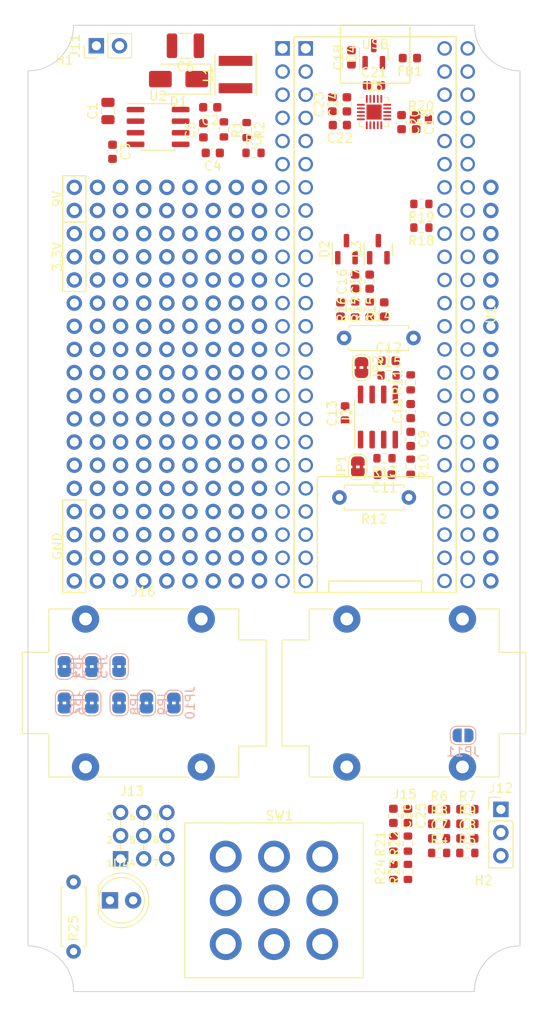
<source format=kicad_pcb>
(kicad_pcb (version 20221018) (generator pcbnew)
  (layers (0 "F.Cu" signal) (31 "B.Cu" signal) (34 "B.Paste" user) (35 "F.Paste" user) (36 "B.SilkS" user "B.Silkscreen") (37 "F.SilkS" user "F.Silkscreen") (38 "B.Mask" user) (39 "F.Mask" user) (44 "Edge.Cuts" user))
  (net 0 "")
  (net 1 "+5V")
  (net 2 "GND")
  (net 3 "+1V8")
  (net 4 "+9V")
  (net 5 "Net-(D1-K)")
  (net 6 "Net-(U2-BOOT)")
  (net 7 "DAC_MCLK")
  (net 8 "+3.3V")
  (net 9 "GNDA")
  (net 10 "+3.3VA")
  (net 11 "LINE_IN_R")
  (net 12 "LINE_IN_L")
  (net 13 "DAC_LRCLK")
  (net 14 "DAC_BCLK")
  (net 15 "DAC_DOUT")
  (net 16 "DAC_DIN")
  (net 17 "DAC_SDA")
  (net 18 "DAC_SCL")
  (net 19 "Net-(U2-SS)")
  (net 20 "Net-(C4-Pad1)")
  (net 21 "Net-(JP2-B)")
  (net 22 "MIDI_IN")
  (net 23 "MIDI_OUT")
  (net 24 "FOOTSWITCH_1")
  (net 25 "Net-(C10-Pad2)")
  (net 26 "Net-(U2-COMP)")
  (net 27 "Net-(U3A-+)")
  (net 28 "Net-(U3B-+)")
  (net 29 "Net-(C9-Pad2)")
  (net 30 "Net-(U3A--)")
  (net 32 "Net-(U3B--)")
  (net 33 "Net-(JP11-B)")
  (net 34 "Net-(C14-Pad1)")
  (net 35 "Net-(C15-Pad1)")
  (net 36 "Net-(U5-VAG)")
  (net 37 "Net-(U5-VDDA)")
  (net 38 "Net-(U5-LINEOUT_R)")
  (net 39 "Net-(C25-Pad2)")
  (net 40 "Net-(U5-LINEOUT_L)")
  (net 41 "Net-(C26-Pad2)")
  (net 42 "Net-(D4-K)")
  (net 43 "Net-(D4-A)")
  (net 59 "FOOTSWITCH_2")
  (net 60 "FOOTSWITCH_3")
  (net 61 "FOOTSWITCH_4")
  (net 62 "FOOTSWITCH_5")
  (net 63 "FOOTSWITCH_6")
  (net 64 "FOOTSWITCH_7")
  (net 65 "FOOTSWITCH_8")
  (net 66 "FOOTSWITCH_9")
  (net 67 "Net-(JP1-B)")
  (net 68 "LINE_OUT_L")
  (net 212 "Net-(J12-Pin_1)")
  (net 213 "Net-(J12-Pin_2)")
  (net 214 "Net-(J12-Pin_3)")
  (net 215 "Net-(U2-VSENSE)")
  (net 216 "Net-(U5-SYS_MCLK)")
  (net 260 "LINE_OUT_R")
  (net 261 "Net-(JP9-A)")
  (net 262 "Net-(JP1-A)")
  (net 263 "Net-(JP2-A)")
  (net 264 "Net-(JP3-B)")
  (net 265 "PREAMP_IN_L")
  (net 266 "PREAMP_IN_R")
  (net 267 "JACK_IN")
  (net 268 "JACK_OUT")
  (net 269 "LED_NEG")
  (footprint "Capacitor_SMD:C_0603_1608Metric" (layer "F.Cu") (at 37.975 6.6)
    (fp_text reference "C21" (at 0 -1.43) (layer "F.SilkS"))
    (fp_text value "2.2uF")
    (pad "1" smd roundrect (at -0.775 0) (size 0.9 0.95) (layers "F.Cu" "F.Paste" "F.Mask") (net 3 "+1V8"))
    (pad "2" smd roundrect (at 0.775 0) (size 0.9 0.95) (layers "F.Cu" "F.Paste" "F.Mask") (net 2 "GND"))
  )
  (footprint "Resistor_SMD:R_0603_1608Metric" (layer "F.Cu") (at 43.175 19.6 180)
    (fp_text reference "R19" (at 0 -1.43) (layer "F.SilkS"))
    (fp_text value "2.2k")
    (pad "1" smd roundrect (at -0.825 0 180) (size 0.8 0.95) (layers "F.Cu" "F.Paste" "F.Mask") (net 18 "DAC_SCL"))
    (pad "2" smd roundrect (at 0.825 0 180) (size 0.8 0.95) (layers "F.Cu" "F.Paste" "F.Mask") (net 8 "+3.3V"))
  )
  (footprint "Inductor_SMD:L_Changjiang_FNR4020S" (layer "F.Cu") (at 22.775 5.405 90)
    (fp_text reference "L1" (at 0 -3 90) (layer "F.SilkS"))
    (fp_text value "6.8uH")
    (pad "1" smd rect (at -1.5 0 90) (size 1.1 3.7) (layers "F.Cu" "F.Paste" "F.Mask") (net 5 "Net-(D1-K)"))
    (pad "2" smd rect (at 1.5 0 90) (size 1.1 3.7) (layers "F.Cu" "F.Paste" "F.Mask") (net 1 "+5V"))
  )
  (footprint "Capacitor_SMD:C_0603_1608Metric" (layer "F.Cu") (at 45.125 89.2)
    (fp_text reference "C7" (at 0 -1.43) (layer "F.SilkS"))
    (fp_text value "0.1u")
    (pad "1" smd roundrect (at -0.775 0) (size 0.9 0.95) (layers "F.Cu" "F.Paste" "F.Mask") (net 265 "PREAMP_IN_L"))
    (pad "2" smd roundrect (at 0.775 0) (size 0.9 0.95) (layers "F.Cu" "F.Paste" "F.Mask") (net 27 "Net-(U3A-+)"))
  )
  (footprint "Resistor_SMD:R_0603_1608Metric" (layer "F.Cu") (at 42 48.425 -90)
    (fp_text reference "R10" (at 0 -1.43 90) (layer "F.SilkS"))
    (fp_text value "10k")
    (pad "1" smd roundrect (at -0.825 0 270) (size 0.8 0.95) (layers "F.Cu" "F.Paste" "F.Mask") (net 29 "Net-(C9-Pad2)"))
    (pad "2" smd roundrect (at 0.825 0 270) (size 0.8 0.95) (layers "F.Cu" "F.Paste" "F.Mask") (net 30 "Net-(U3A--)"))
  )
  (footprint "Resistor_SMD:R_0603_1608Metric" (layer "F.Cu") (at 41.7 92.875 90)
    (fp_text reference "R23" (at 0 -1.43 90) (layer "F.SilkS"))
    (fp_text value "100R")
    (pad "1" smd roundrect (at -0.825 0 90) (size 0.8 0.95) (layers "F.Cu" "F.Paste" "F.Mask") (net 260 "LINE_OUT_R"))
    (pad "2" smd roundrect (at 0.825 0 90) (size 0.8 0.95) (layers "F.Cu" "F.Paste" "F.Mask") (net 39 "Net-(C25-Pad2)"))
  )
  (footprint "stomp:Jack_6.35mm_Neutrik_NMJ4HCD2_Horizontal" (layer "F.Cu") (at 47.685 81.365 180)
    (fp_text reference "J15" (at 6.35 -3 180) (layer "F.SilkS"))
    (fp_text value "GuitarInput1")
    (pad "S" thru_hole circle locked (at 12.7 0 180) (size 3 3) (drill 1.4) (layers "*.Cu" "*.Mask") (net 9 "GNDA"))
    (pad "SN" thru_hole circle locked (at 12.7 16.23 180) (size 3 3) (drill 1.4) (layers "*.Cu" "*.Mask") (net 9 "GNDA"))
    (pad "T" thru_hole circle locked (at 0 0 180) (size 3 3) (drill 1.4) (layers "*.Cu" "*.Mask") (net 33 "Net-(JP11-B)"))
    (pad "TN" thru_hole circle locked (at 0 16.23 180) (size 3 3) (drill 1.4) (layers "*.Cu" "*.Mask") (net 9 "GNDA"))
  )
  (footprint "stomp:PinHeader_1x18_P2.54mm_Vertical_perf" (layer "F.Cu") (at 12.7 17.78)
    (fp_text reference "J4" hide)
    (fp_text value "Conn_01x18_Pin")
    (pad "1" thru_hole circle (at 0 0) (size 1.7 1.7) (drill 1) (layers "*.Cu" "*.Mask"))
    (pad "2" thru_hole oval (at 0 2.54) (size 1.7 1.7) (drill 1) (layers "*.Cu" "*.Mask"))
    (pad "3" thru_hole oval (at 0 5.08) (size 1.7 1.7) (drill 1) (layers "*.Cu" "*.Mask"))
    (pad "4" thru_hole oval (at 0 7.62) (size 1.7 1.7) (drill 1) (layers "*.Cu" "*.Mask"))
    (pad "5" thru_hole oval (at 0 10.16) (size 1.7 1.7) (drill 1) (layers "*.Cu" "*.Mask"))
    (pad "6" thru_hole oval (at 0 12.7) (size 1.7 1.7) (drill 1) (layers "*.Cu" "*.Mask"))
    (pad "7" thru_hole oval (at 0 15.24) (size 1.7 1.7) (drill 1) (layers "*.Cu" "*.Mask"))
    (pad "8" thru_hole oval (at 0 17.78) (size 1.7 1.7) (drill 1) (layers "*.Cu" "*.Mask"))
    (pad "9" thru_hole oval (at 0 20.32) (size 1.7 1.7) (drill 1) (layers "*.Cu" "*.Mask"))
    (pad "10" thru_hole oval (at 0 22.86) (size 1.7 1.7) (drill 1) (layers "*.Cu" "*.Mask"))
    (pad "11" thru_hole oval (at 0 25.4) (size 1.7 1.7) (drill 1) (layers "*.Cu" "*.Mask"))
    (pad "12" thru_hole oval (at 0 27.94) (size 1.7 1.7) (drill 1) (layers "*.Cu" "*.Mask"))
    (pad "13" thru_hole oval (at 0 30.48) (size 1.7 1.7) (drill 1) (layers "*.Cu" "*.Mask"))
    (pad "14" thru_hole oval (at 0 33.02) (size 1.7 1.7) (drill 1) (layers "*.Cu" "*.Mask"))
    (pad "15" thru_hole oval (at 0 35.56) (size 1.7 1.7) (drill 1) (layers "*.Cu" "*.Mask"))
    (pad "16" thru_hole oval (at 0 38.1) (size 1.7 1.7) (drill 1) (layers "*.Cu" "*.Mask"))
    (pad "17" thru_hole oval (at 0 40.64) (size 1.7 1.7) (drill 1) (layers "*.Cu" "*.Mask"))
    (pad "18" thru_hole oval (at 0 43.18) (size 1.7 1.7) (drill 1) (layers "*.Cu" "*.Mask"))
  )
  (footprint "Capacitor_SMD:C_0603_1608Metric" (layer "F.Cu") (at 34.225 10.95 180)
    (fp_text reference "C22" (at 0 -1.43) (layer "F.SilkS"))
    (fp_text value "0.15uF")
    (pad "1" smd roundrect (at -0.775 0 180) (size 0.9 0.95) (layers "F.Cu" "F.Paste" "F.Mask") (net 36 "Net-(U5-VAG)"))
    (pad "2" smd roundrect (at 0.775 0 180) (size 0.9 0.95) (layers "F.Cu" "F.Paste" "F.Mask") (net 2 "GND"))
  )
  (footprint "Diode_SMD:D_SMA" (layer "F.Cu") (at 16.525 5.905 180)
    (fp_text reference "D1" (at 0 -2.5) (layer "F.SilkS"))
    (fp_text value "B340A")
    (pad "1" smd roundrect (at -2 0 180) (size 2.5 1.8) (layers "F.Cu" "F.Paste" "F.Mask") (roundrect_rratio 0.1388888889) (net 5 "Net-(D1-K)"))
    (pad "2" smd roundrect (at 2 0 180) (size 2.5 1.8) (layers "F.Cu" "F.Paste" "F.Mask") (roundrect_rratio 0.1388888889) (net 2 "GND"))
  )
  (footprint "Resistor_SMD:R_0603_1608Metric" (layer "F.Cu") (at 37.5 31.175 90)
    (fp_text reference "R17" (at 0 -1.43 90) (layer "F.SilkS"))
    (fp_text value "1k")
    (pad "1" smd roundrect (at -0.825 0 90) (size 0.8 0.95) (layers "F.Cu" "F.Paste" "F.Mask") (net 21 "Net-(JP2-B)"))
    (pad "2" smd roundrect (at 0.825 0 90) (size 0.8 0.95) (layers "F.Cu" "F.Paste" "F.Mask") (net 35 "Net-(C15-Pad1)"))
  )
  (footprint "Resistor_THT:R_Axial_DIN0207_L6.3mm_D2.5mm_P7.62mm_Horizontal" (layer "F.Cu") (at 5 101.6 90)
    (fp_text reference "R25" (at 2.54 0 90) (layer "F.SilkS"))
    (fp_text value "R_US")
    (pad "1" thru_hole circle (at 0 0 90) (size 1.6 1.6) (drill 0.8) (layers "*.Cu" "*.Mask") (net 43 "Net-(D4-A)"))
    (pad "2" thru_hole oval (at 7.62 0 90) (size 1.6 1.6) (drill 0.8) (layers "*.Cu" "*.Mask") (net 4 "+9V"))
  )
  (footprint "Package_SO:SOIC-8_3.9x4.9mm_P1.27mm" (layer "F.Cu") (at 38.405 42.975 90)
    (fp_text reference "U3" (at 0 -3.4 90) (layer "F.SilkS"))
    (fp_text value "TL072")
    (pad "1" smd roundrect (at -2.475 -1.905 90) (size 1.95 0.6) (layers "F.Cu" "F.Paste" "F.Mask") (net 67 "Net-(JP1-B)"))
    (pad "2" smd roundrect (at -2.475 -0.635 90) (size 1.95 0.6) (layers "F.Cu" "F.Paste" "F.Mask") (net 30 "Net-(U3A--)"))
    (pad "3" smd roundrect (at -2.475 0.635 90) (size 1.95 0.6) (layers "F.Cu" "F.Paste" "F.Mask") (net 27 "Net-(U3A-+)"))
    (pad "4" smd roundrect (at -2.475 1.905 90) (size 1.95 0.6) (layers "F.Cu" "F.Paste" "F.Mask") (net 9 "GNDA"))
    (pad "5" smd roundrect (at 2.475 1.905 90) (size 1.95 0.6) (layers "F.Cu" "F.Paste" "F.Mask") (net 28 "Net-(U3B-+)"))
    (pad "6" smd roundrect (at 2.475 0.635 90) (size 1.95 0.6) (layers "F.Cu" "F.Paste" "F.Mask") (net 32 "Net-(U3B--)"))
    (pad "7" smd roundrect (at 2.475 -0.635 90) (size 1.95 0.6) (layers "F.Cu" "F.Paste" "F.Mask") (net 21 "Net-(JP2-B)"))
    (pad "8" smd roundrect (at 2.475 -1.905 90) (size 1.95 0.6) (layers "F.Cu" "F.Paste" "F.Mask") (net 4 "+9V"))
  )
  (footprint "Package_DFN_QFN:QFN-20-1EP_3x3mm_P0.4mm_EP1.65x1.65mm" (layer "F.Cu") (at 37.98 9.52)
    (fp_text reference "U5" (at 0 -2.82) (layer "F.SilkS"))
    (fp_text value "SGTL5000XNLA3")
    (pad "1" smd roundrect (at -1.45 -0.8) (size 0.85 0.2) (layers "F.Cu" "F.Paste" "F.Mask") (net 212 "Net-(J12-Pin_1)"))
    (pad "2" smd roundrect (at -1.45 -0.4) (size 0.85 0.2) (layers "F.Cu" "F.Paste" "F.Mask") (net 213 "Net-(J12-Pin_2)"))
    (pad "3" smd roundrect (at -1.45 0) (size 0.85 0.2) (layers "F.Cu" "F.Paste" "F.Mask") (net 37 "Net-(U5-VDDA)"))
    (pad "4" smd roundrect (at -1.45 0.4) (size 0.85 0.2) (layers "F.Cu" "F.Paste" "F.Mask") (net 214 "Net-(J12-Pin_3)"))
    (pad "5" smd roundrect (at -1.45 0.8) (size 0.85 0.2) (layers "F.Cu" "F.Paste" "F.Mask") (net 36 "Net-(U5-VAG)"))
    (pad "6" smd roundrect (at -0.8 1.45) (size 0.2 0.85) (layers "F.Cu" "F.Paste" "F.Mask") (net 38 "Net-(U5-LINEOUT_R)"))
    (pad "7" smd roundrect (at -0.4 1.45) (size 0.2 0.85) (layers "F.Cu" "F.Paste" "F.Mask") (net 40 "Net-(U5-LINEOUT_L)"))
    (pad "8" smd roundrect (at 0 1.45) (size 0.2 0.85) (layers "F.Cu" "F.Paste" "F.Mask") (net 11 "LINE_IN_R"))
    (pad "9" smd roundrect (at 0.4 1.45) (size 0.2 0.85) (layers "F.Cu" "F.Paste" "F.Mask") (net 12 "LINE_IN_L"))
    (pad "10" smd roundrect (at 0.8 1.45) (size 0.2 0.85) (layers "F.Cu" "F.Paste" "F.Mask") (net 2 "GND"))
    (pad "11" smd roundrect (at 1.45 0.8) (size 0.85 0.2) (layers "F.Cu" "F.Paste" "F.Mask") (net 2 "GND"))
    (pad "12" smd roundrect (at 1.45 0.4) (size 0.85 0.2) (layers "F.Cu" "F.Paste" "F.Mask") (net 8 "+3.3V"))
    (pad "13" smd roundrect (at 1.45 0) (size 0.85 0.2) (layers "F.Cu" "F.Paste" "F.Mask") (net 216 "Net-(U5-SYS_MCLK)"))
    (pad "14" smd roundrect (at 1.45 -0.4) (size 0.85 0.2) (layers "F.Cu" "F.Paste" "F.Mask") (net 13 "DAC_LRCLK"))
    (pad "15" smd roundrect (at 1.45 -0.8) (size 0.85 0.2) (layers "F.Cu" "F.Paste" "F.Mask") (net 14 "DAC_BCLK"))
    (pad "16" smd roundrect (at 0.8 -1.45) (size 0.2 0.85) (layers "F.Cu" "F.Paste" "F.Mask") (net 15 "DAC_DOUT"))
    (pad "17" smd roundrect (at 0.4 -1.45) (size 0.2 0.85) (layers "F.Cu" "F.Paste" "F.Mask") (net 16 "DAC_DIN"))
    (pad "18" smd roundrect (at 0 -1.45) (size 0.2 0.85) (layers "F.Cu" "F.Paste" "F.Mask") (net 17 "DAC_SDA"))
    (pad "19" smd roundrect (at -0.4 -1.45) (size 0.2 0.85) (layers "F.Cu" "F.Paste" "F.Mask") (net 18 "DAC_SCL"))
    (pad "20" smd roundrect (at -0.8 -1.45) (size 0.2 0.85) (layers "F.Cu" "F.Paste" "F.Mask") (net 3 "+1V8"))
    (pad "21" smd rect (at 0 0) (size 1.65 1.65) (layers "F.Cu" "F.Mask") (net 2 "GND"))
  )
  (footprint "Resistor_SMD:R_0603_1608Metric" (layer "F.Cu") (at 43.125 10.3)
    (fp_text reference "R20" (at 0 -1.43) (layer "F.SilkS"))
    (fp_text value "100")
    (pad "1" smd roundrect (at -0.825 0) (size 0.8 0.95) (layers "F.Cu" "F.Paste" "F.Mask") (net 216 "Net-(U5-SYS_MCLK)"))
    (pad "2" smd roundrect (at 0.825 0) (size 0.8 0.95) (layers "F.Cu" "F.Paste" "F.Mask") (net 7 "DAC_MCLK"))
  )
  (footprint "Resistor_SMD:R_0603_1608Metric" (layer "F.Cu") (at 35.9 31.175 90)
    (fp_text reference "R16" (at 0 -1.43 90) (layer "F.SilkS"))
    (fp_text value "1k")
    (pad "1" smd roundrect (at -0.825 0 90) (size 0.8 0.95) (layers "F.Cu" "F.Paste" "F.Mask") (net 67 "Net-(JP1-B)"))
    (pad "2" smd roundrect (at 0.825 0 90) (size 0.8 0.95) (layers "F.Cu" "F.Paste" "F.Mask") (net 34 "Net-(C14-Pad1)"))
  )
  (footprint "Inductor_SMD:L_0603_1608Metric" (layer "F.Cu") (at 41.9125 3.6 180)
    (fp_text reference "FB1" (at 0 -1.43) (layer "F.SilkS"))
    (fp_text value "600")
    (pad "1" smd roundrect (at -0.7875 0 180) (size 0.875 0.95) (layers "F.Cu" "F.Paste" "F.Mask") (net 8 "+3.3V"))
    (pad "2" smd roundrect (at 0.7875 0 180) (size 0.875 0.95) (layers "F.Cu" "F.Paste" "F.Mask") (net 37 "Net-(U5-VDDA)"))
  )
  (footprint "Capacitor_SMD:C_0603_1608Metric" (layer "F.Cu") (at 20.275 14 180)
    (fp_text reference "C4" (at 0 -1.43) (layer "F.SilkS"))
    (fp_text value "1nF")
    (pad "1" smd roundrect (at -0.775 0 180) (size 0.9 0.95) (layers "F.Cu" "F.Paste" "F.Mask") (net 20 "Net-(C4-Pad1)"))
    (pad "2" smd roundrect (at 0.775 0 180) (size 0.9 0.95) (layers "F.Cu" "F.Paste" "F.Mask") (net 2 "GND"))
  )
  (footprint "stomp:PinHeader_1x18_P2.54mm_Vertical_perf" (layer "F.Cu") (at 15.24 17.78)
    (fp_text reference "J5" hide)
    (fp_text value "Conn_01x18_Pin")
    (pad "1" thru_hole circle (at 0 0) (size 1.7 1.7) (drill 1) (layers "*.Cu" "*.Mask"))
    (pad "2" thru_hole oval (at 0 2.54) (size 1.7 1.7) (drill 1) (layers "*.Cu" "*.Mask"))
    (pad "3" thru_hole oval (at 0 5.08) (size 1.7 1.7) (drill 1) (layers "*.Cu" "*.Mask"))
    (pad "4" thru_hole oval (at 0 7.62) (size 1.7 1.7) (drill 1) (layers "*.Cu" "*.Mask"))
    (pad "5" thru_hole oval (at 0 10.16) (size 1.7 1.7) (drill 1) (layers "*.Cu" "*.Mask"))
    (pad "6" thru_hole oval (at 0 12.7) (size 1.7 1.7) (drill 1) (layers "*.Cu" "*.Mask"))
    (pad "7" thru_hole oval (at 0 15.24) (size 1.7 1.7) (drill 1) (layers "*.Cu" "*.Mask"))
    (pad "8" thru_hole oval (at 0 17.78) (size 1.7 1.7) (drill 1) (layers "*.Cu" "*.Mask"))
    (pad "9" thru_hole oval (at 0 20.32) (size 1.7 1.7) (drill 1) (layers "*.Cu" "*.Mask"))
    (pad "10" thru_hole oval (at 0 22.86) (size 1.7 1.7) (drill 1) (layers "*.Cu" "*.Mask"))
    (pad "11" thru_hole oval (at 0 25.4) (size 1.7 1.7) (drill 1) (layers "*.Cu" "*.Mask"))
    (pad "12" thru_hole oval (at 0 27.94) (size 1.7 1.7) (drill 1) (layers "*.Cu" "*.Mask"))
    (pad "13" thru_hole oval (at 0 30.48) (size 1.7 1.7) (drill 1) (layers "*.Cu" "*.Mask"))
    (pad "14" thru_hole oval (at 0 33.02) (size 1.7 1.7) (drill 1) (layers "*.Cu" "*.Mask"))
    (pad "15" thru_hole oval (at 0 35.56) (size 1.7 1.7) (drill 1) (layers "*.Cu" "*.Mask"))
    (pad "16" thru_hole oval (at 0 38.1) (size 1.7 1.7) (drill 1) (layers "*.Cu" "*.Mask"))
    (pad "17" thru_hole oval (at 0 40.64) (size 1.7 1.7) (drill 1) (layers "*.Cu" "*.Mask"))
    (pad "18" thru_hole oval (at 0 43.18) (size 1.7 1.7) (drill 1) (layers "*.Cu" "*.Mask"))
  )
  (footprint "Package_SO:SOIC-8_3.9x4.9mm_P1.27mm" (layer "F.Cu") (at 14.275 11.155)
    (fp_text reference "U2" (at 0 -3.4) (layer "F.SilkS"))
    (fp_text value "TPS54331DR")
    (pad "1" smd roundrect (at -2.475 -1.905) (size 1.95 0.6) (layers "F.Cu" "F.Paste" "F.Mask") (net 6 "Net-(U2-BOOT)"))
    (pad "2" smd roundrect (at -2.475 -0.635) (size 1.95 0.6) (layers "F.Cu" "F.Paste" "F.Mask") (net 4 "+9V"))
    (pad "3" smd roundrect (at -2.475 0.635) (size 1.95 0.6) (layers "F.Cu" "F.Paste" "F.Mask"))
    (pad "4" smd roundrect (at -2.475 1.905) (size 1.95 0.6) (layers "F.Cu" "F.Paste" "F.Mask") (net 19 "Net-(U2-SS)"))
    (pad "5" smd roundrect (at 2.475 1.905) (size 1.95 0.6) (layers "F.Cu" "F.Paste" "F.Mask") (net 215 "Net-(U2-VSENSE)"))
    (pad "6" smd roundrect (at 2.475 0.635) (size 1.95 0.6) (layers "F.Cu" "F.Paste" "F.Mask") (net 26 "Net-(U2-COMP)"))
    (pad "7" smd roundrect (at 2.475 -0.635) (size 1.95 0.6) (layers "F.Cu" "F.Paste" "F.Mask") (net 2 "GND"))
    (pad "8" smd roundrect (at 2.475 -1.905) (size 1.95 0.6) (layers "F.Cu" "F.Paste" "F.Mask") (net 5 "Net-(D1-K)"))
  )
  (footprint "Capacitor_SMD:C_0603_1608Metric" (layer "F.Cu") (at 48.225 89.2)
    (fp_text reference "C8" (at 0 -1.43) (layer "F.SilkS"))
    (fp_text value "0.1u")
    (pad "1" smd roundrect (at -0.775 0) (size 0.9 0.95) (layers "F.Cu" "F.Paste" "F.Mask") (net 266 "PREAMP_IN_R"))
    (pad "2" smd roundrect (at 0.775 0) (size 0.9 0.95) (layers "F.Cu" "F.Paste" "F.Mask") (net 28 "Net-(U3B-+)"))
  )
  (footprint "Resistor_SMD:R_0603_1608Metric" (layer "F.Cu") (at 39.575 38.4)
    (fp_text reference "R15" (at 0 -1.43) (layer "F.SilkS"))
    (fp_text value "4.7k")
    (pad "1" smd roundrect (at -0.825 0) (size 0.8 0.95) (layers "F.Cu" "F.Paste" "F.Mask") (net 32 "Net-(U3B--)"))
    (pad "2" smd roundrect (at 0.825 0) (size 0.8 0.95) (layers "F.Cu" "F.Paste" "F.Mask") (net 263 "Net-(JP2-A)"))
  )
  (footprint "Resistor_SMD:R_0603_1608Metric" (layer "F.Cu") (at 43.175 22.2 180)
    (fp_text reference "R18" (at 0 -1.43) (layer "F.SilkS"))
    (fp_text value "2.2k")
    (pad "1" smd roundrect (at -0.825 0 180) (size 0.8 0.95) (layers "F.Cu" "F.Paste" "F.Mask") (net 17 "DAC_SDA"))
    (pad "2" smd roundrect (at 0.825 0 180) (size 0.8 0.95) (layers "F.Cu" "F.Paste" "F.Mask") (net 8 "+3.3V"))
  )
  (footprint "Resistor_SMD:R_0603_1608Metric" (layer "F.Cu") (at 24.75 14)
    (fp_text reference "R3" (at 0 -1.43) (layer "F.SilkS"))
    (fp_text value "1.8k")
    (pad "1" smd roundrect (at -0.825 0) (size 0.8 0.95) (layers "F.Cu" "F.Paste" "F.Mask") (net 215 "Net-(U2-VSENSE)"))
    (pad "2" smd roundrect (at 0.825 0) (size 0.8 0.95) (layers "F.Cu" "F.Paste" "F.Mask") (net 2 "GND"))
  )
  (footprint "Connector_PinHeader_2.54mm:PinHeader_1x03_P2.54mm_Vertical" (layer "F.Cu") (at 51.9 86.02)
    (fp_text reference "J12" (at 0 -2.33) (layer "F.SilkS"))
    (fp_text value "Headphones")
    (pad "1" thru_hole rect (at 0 0) (size 1.7 1.7) (drill 1) (layers "*.Cu" "*.Mask") (net 212 "Net-(J12-Pin_1)"))
    (pad "2" thru_hole oval (at 0 2.54) (size 1.7 1.7) (drill 1) (layers "*.Cu" "*.Mask") (net 213 "Net-(J12-Pin_2)"))
    (pad "3" thru_hole oval (at 0 5.08) (size 1.7 1.7) (drill 1) (layers "*.Cu" "*.Mask") (net 214 "Net-(J12-Pin_3)"))
  )
  (footprint "Capacitor_SMD:C_0805_2012Metric" (layer "F.Cu") (at 8.775 9.405 90)
    (fp_text reference "C1" (at 0 -1.68 90) (layer "F.SilkS"))
    (fp_text value "22uF")
    (pad "1" smd roundrect (at -0.95 0 90) (size 1 1.45) (layers "F.Cu" "F.Paste" "F.Mask") (net 4 "+9V"))
    (pad "2" smd roundrect (at 0.95 0 90) (size 1 1.45) (layers "F.Cu" "F.Paste" "F.Mask") (net 2 "GND"))
  )
  (footprint "stomp:PinHeader_1x18_P2.54mm_Vertical_perf" (layer "F.Cu") (at 25.4 17.78)
    (fp_text reference "J9" hide)
    (fp_text value "Conn_01x18_Pin")
    (pad "1" thru_hole circle (at 0 0) (size 1.7 1.7) (drill 1) (layers "*.Cu" "*.Mask"))
    (pad "2" thru_hole oval (at 0 2.54) (size 1.7 1.7) (drill 1) (layers "*.Cu" "*.Mask"))
    (pad "3" thru_hole oval (at 0 5.08) (size 1.7 1.7) (drill 1) (layers "*.Cu" "*.Mask"))
    (pad "4" thru_hole oval (at 0 7.62) (size 1.7 1.7) (drill 1) (layers "*.Cu" "*.Mask"))
    (pad "5" thru_hole oval (at 0 10.16) (size 1.7 1.7) (drill 1) (layers "*.Cu" "*.Mask"))
    (pad "6" thru_hole oval (at 0 12.7) (size 1.7 1.7) (drill 1) (layers "*.Cu" "*.Mask"))
    (pad "7" thru_hole oval (at 0 15.24) (size 1.7 1.7) (drill 1) (layers "*.Cu" "*.Mask"))
    (pad "8" thru_hole oval (at 0 17.78) (size 1.7 1.7) (drill 1) (layers "*.Cu" "*.Mask"))
    (pad "9" thru_hole oval (at 0 20.32) (size 1.7 1.7) (drill 1) (layers "*.Cu" "*.Mask"))
    (pad "10" thru_hole oval (at 0 22.86) (size 1.7 1.7) (drill 1) (layers "*.Cu" "*.Mask"))
    (pad "11" thru_hole oval (at 0 25.4) (size 1.7 1.7) (drill 1) (layers "*.Cu" "*.Mask"))
    (pad "12" thru_hole oval (at 0 27.94) (size 1.7 1.7) (drill 1) (layers "*.Cu" "*.Mask"))
    (pad "13" thru_hole oval (at 0 30.48) (size 1.7 1.7) (drill 1) (layers "*.Cu" "*.Mask"))
    (pad "14" thru_hole oval (at 0 33.02) (size 1.7 1.7) (drill 1) (layers "*.Cu" "*.Mask"))
    (pad "15" thru_hole oval (at 0 35.56) (size 1.7 1.7) (drill 1) (layers "*.Cu" "*.Mask"))
    (pad "16" thru_hole oval (at 0 38.1) (size 1.7 1.7) (drill 1) (layers "*.Cu" "*.Mask"))
    (pad "17" thru_hole oval (at 0 40.64) (size 1.7 1.7) (drill 1) (layers "*.Cu" "*.Mask"))
    (pad "18" thru_hole oval (at 0 43.18) (size 1.7 1.7) (drill 1) (layers "*.Cu" "*.Mask"))
  )
  (footprint "stomp:PinHeader_1x18_P2.54mm_Vertical_perf" (layer "F.Cu") (at 22.86 17.78)
    (fp_text reference "J8" hide)
    (fp_text value "Conn_01x18_Pin")
    (pad "1" thru_hole circle (at 0 0) (size 1.7 1.7) (drill 1) (layers "*.Cu" "*.Mask"))
    (pad "2" thru_hole oval (at 0 2.54) (size 1.7 1.7) (drill 1) (layers "*.Cu" "*.Mask"))
    (pad "3" thru_hole oval (at 0 5.08) (size 1.7 1.7) (drill 1) (layers "*.Cu" "*.Mask"))
    (pad "4" thru_hole oval (at 0 7.62) (size 1.7 1.7) (drill 1) (layers "*.Cu" "*.Mask"))
    (pad "5" thru_hole oval (at 0 10.16) (size 1.7 1.7) (drill 1) (layers "*.Cu" "*.Mask"))
    (pad "6" thru_hole oval (at 0 12.7) (size 1.7 1.7) (drill 1) (layers "*.Cu" "*.Mask"))
    (pad "7" thru_hole oval (at 0 15.24) (size 1.7 1.7) (drill 1) (layers "*.Cu" "*.Mask"))
    (pad "8" thru_hole oval (at 0 17.78) (size 1.7 1.7) (drill 1) (layers "*.Cu" "*.Mask"))
    (pad "9" thru_hole oval (at 0 20.32) (size 1.7 1.7) (drill 1) (layers "*.Cu" "*.Mask"))
    (pad "10" thru_hole oval (at 0 22.86) (size 1.7 1.7) (drill 1) (layers "*.Cu" "*.Mask"))
    (pad "11" thru_hole oval (at 0 25.4) (size 1.7 1.7) (drill 1) (layers "*.Cu" "*.Mask"))
    (pad "12" thru_hole oval (at 0 27.94) (size 1.7 1.7) (drill 1) (layers "*.Cu" "*.Mask"))
    (pad "13" thru_hole oval (at 0 30.48) (size 1.7 1.7) (drill 1) (layers "*.Cu" "*.Mask"))
    (pad "14" thru_hole oval (at 0 33.02) (size 1.7 1.7) (drill 1) (layers "*.Cu" "*.Mask"))
    (pad "15" thru_hole oval (at 0 35.56) (size 1.7 1.7) (drill 1) (layers "*.Cu" "*.Mask"))
    (pad "16" thru_hole oval (at 0 38.1) (size 1.7 1.7) (drill 1) (layers "*.Cu" "*.Mask"))
    (pad "17" thru_hole oval (at 0 40.64) (size 1.7 1.7) (drill 1) (layers "*.Cu" "*.Mask"))
    (pad "18" thru_hole oval (at 0 43.18) (size 1.7 1.7) (drill 1) (layers "*.Cu" "*.Mask"))
  )
  (footprint "stomp:PinHeader_1x18_P2.54mm_Vertical_perf" (layer "F.Cu") (at 10.16 17.78)
    (fp_text reference "J3" hide)
    (fp_text value "Conn_01x18_Pin")
    (pad "1" thru_hole circle (at 0 0) (size 1.7 1.7) (drill 1) (layers "*.Cu" "*.Mask"))
    (pad "2" thru_hole oval (at 0 2.54) (size 1.7 1.7) (drill 1) (layers "*.Cu" "*.Mask"))
    (pad "3" thru_hole oval (at 0 5.08) (size 1.7 1.7) (drill 1) (layers "*.Cu" "*.Mask"))
    (pad "4" thru_hole oval (at 0 7.62) (size 1.7 1.7) (drill 1) (layers "*.Cu" "*.Mask"))
    (pad "5" thru_hole oval (at 0 10.16) (size 1.7 1.7) (drill 1) (layers "*.Cu" "*.Mask"))
    (pad "6" thru_hole oval (at 0 12.7) (size 1.7 1.7) (drill 1) (layers "*.Cu" "*.Mask"))
    (pad "7" thru_hole oval (at 0 15.24) (size 1.7 1.7) (drill 1) (layers "*.Cu" "*.Mask"))
    (pad "8" thru_hole oval (at 0 17.78) (size 1.7 1.7) (drill 1) (layers "*.Cu" "*.Mask"))
    (pad "9" thru_hole oval (at 0 20.32) (size 1.7 1.7) (drill 1) (layers "*.Cu" "*.Mask"))
    (pad "10" thru_hole oval (at 0 22.86) (size 1.7 1.7) (drill 1) (layers "*.Cu" "*.Mask"))
    (pad "11" thru_hole oval (at 0 25.4) (size 1.7 1.7) (drill 1) (layers "*.Cu" "*.Mask"))
    (pad "12" thru_hole oval (at 0 27.94) (size 1.7 1.7) (drill 1) (layers "*.Cu" "*.Mask"))
    (pad "13" thru_hole oval (at 0 30.48) (size 1.7 1.7) (drill 1) (layers "*.Cu" "*.Mask"))
    (pad "14" thru_hole oval (at 0 33.02) (size 1.7 1.7) (drill 1) (layers "*.Cu" "*.Mask"))
    (pad "15" thru_hole oval (at 0 35.56) (size 1.7 1.7) (drill 1) (layers "*.Cu" "*.Mask"))
    (pad "16" thru_hole oval (at 0 38.1) (size 1.7 1.7) (drill 1) (layers "*.Cu" "*.Mask"))
    (pad "17" thru_hole oval (at 0 40.64) (size 1.7 1.7) (drill 1) (layers "*.Cu" "*.Mask"))
    (pad "18" thru_hole oval (at 0 43.18) (size 1.7 1.7) (drill 1) (layers "*.Cu" "*.Mask"))
  )
  (footprint "stomp:PinHeader_1x18_P2.54mm_Vertical_perf" (layer "F.Cu") (at 7.62 17.78)
    (fp_text reference "J2" hide)
    (fp_text value "Conn_01x18_Pin")
    (pad "1" thru_hole circle (at 0 0) (size 1.7 1.7) (drill 1) (layers "*.Cu" "*.Mask"))
    (pad "2" thru_hole oval (at 0 2.54) (size 1.7 1.7) (drill 1) (layers "*.Cu" "*.Mask"))
    (pad "3" thru_hole oval (at 0 5.08) (size 1.7 1.7) (drill 1) (layers "*.Cu" "*.Mask"))
    (pad "4" thru_hole oval (at 0 7.62) (size 1.7 1.7) (drill 1) (layers "*.Cu" "*.Mask"))
    (pad "5" thru_hole oval (at 0 10.16) (size 1.7 1.7) (drill 1) (layers "*.Cu" "*.Mask"))
    (pad "6" thru_hole oval (at 0 12.7) (size 1.7 1.7) (drill 1) (layers "*.Cu" "*.Mask"))
    (pad "7" thru_hole oval (at 0 15.24) (size 1.7 1.7) (drill 1) (layers "*.Cu" "*.Mask"))
    (pad "8" thru_hole oval (at 0 17.78) (size 1.7 1.7) (drill 1) (layers "*.Cu" "*.Mask"))
    (pad "9" thru_hole oval (at 0 20.32) (size 1.7 1.7) (drill 1) (layers "*.Cu" "*.Mask"))
    (pad "10" thru_hole oval (at 0 22.86) (size 1.7 1.7) (drill 1) (layers "*.Cu" "*.Mask"))
    (pad "11" thru_hole oval (at 0 25.4) (size 1.7 1.7) (drill 1) (layers "*.Cu" "*.Mask"))
    (pad "12" thru_hole oval (at 0 27.94) (size 1.7 1.7) (drill 1) (layers "*.Cu" "*.Mask"))
    (pad "13" thru_hole oval (at 0 30.48) (size 1.7 1.7) (drill 1) (layers "*.Cu" "*.Mask"))
    (pad "14" thru_hole oval (at 0 33.02) (size 1.7 1.7) (drill 1) (layers "*.Cu" "*.Mask"))
    (pad "15" thru_hole oval (at 0 35.56) (size 1.7 1.7) (drill 1) (layers "*.Cu" "*.Mask"))
    (pad "16" thru_hole oval (at 0 38.1) (size 1.7 1.7) (drill 1) (layers "*.Cu" "*.Mask"))
    (pad "17" thru_hole oval (at 0 40.64) (size 1.7 1.7) (drill 1) (layers "*.Cu" "*.Mask"))
    (pad "18" thru_hole oval (at 0 43.18) (size 1.7 1.7) (drill 1) (layers "*.Cu" "*.Mask"))
  )
  (footprint "Connector_PinHeader_2.54mm:PinHeader_1x02_P2.54mm_Vertical" (layer "F.Cu") (at 7.5 2.25 90)
    (fp_text reference "J11" (at 0 -2.33 90) (layer "F.SilkS"))
    (fp_text value "Barrel_Jack")
    (pad "1" thru_hole rect (at 0 0 90) (size 1.7 1.7) (drill 1) (layers "*.Cu" "*.Mask") (net 4 "+9V"))
    (pad "2" thru_hole oval (at 0 2.54 90) (size 1.7 1.7) (drill 1) (layers "*.Cu" "*.Mask") (net 2 "GND"))
  )
  (footprint "Capacitor_SMD:C_0603_1608Metric" (layer "F.Cu") (at 35.9 28.125 90)
    (fp_text reference "C16" (at 0 -1.43 90) (layer "F.SilkS"))
    (fp_text value "1u")
    (pad "1" smd roundrect (at -0.775 0 90) (size 0.9 0.95) (layers "F.Cu" "F.Paste" "F.Mask") (net 12 "LINE_IN_L"))
    (pad "2" smd roundrect (at 0.775 0 90) (size 0.9 0.95) (layers "F.Cu" "F.Paste" "F.Mask") (net 34 "Net-(C14-Pad1)"))
  )
  (footprint "Package_TO_SOT_SMD:SOT-23" (layer "F.Cu") (at 37.95 3.1625 90)
    (fp_text reference "U4" (at 0 -2.4 90) (layer "F.SilkS"))
    (fp_text value "AP7313-18SAG")
    (pad "1" smd roundrect (at -0.9375 -0.95 90) (size 1.475 0.6) (layers "F.Cu" "F.Paste" "F.Mask") (net 8 "+3.3V"))
    (pad "2" smd roundrect (at -0.9375 0.95 90) (size 1.475 0.6) (layers "F.Cu" "F.Paste" "F.Mask") (net 3 "+1V8"))
    (pad "3" smd roundrect (at 0.9375 0 90) (size 1.475 0.6) (layers "F.Cu" "F.Paste" "F.Mask") (net 2 "GND"))
  )
  (footprint "Resistor_SMD:R_0603_1608Metric" (layer "F.Cu") (at 42 39.175 90)
    (fp_text reference "R11" (at 0 -1.43 90) (layer "F.SilkS"))
    (fp_text value "10k")
    (pad "1" smd roundrect (at -0.825 0 90) (size 0.8 0.95) (layers "F.Cu" "F.Paste" "F.Mask") (net 25 "Net-(C10-Pad2)"))
    (pad "2" smd roundrect (at 0.825 0 90) (size 0.8 0.95) (layers "F.Cu" "F.Paste" "F.Mask") (net 32 "Net-(U3B--)"))
  )
  (footprint "Resistor_SMD:R_0603_1608Metric" (layer "F.Cu") (at 39.125 47.5 180)
    (fp_text reference "R13" (at 0 -1.43) (layer "F.SilkS"))
    (fp_text value "4.7k")
    (pad "1" smd roundrect (at -0.825 0 180) (size 0.8 0.95) (layers "F.Cu" "F.Paste" "F.Mask") (net 30 "Net-(U3A--)"))
    (pad "2" smd roundrect (at 0.825 0 180) (size 0.8 0.95) (layers "F.Cu" "F.Paste" "F.Mask") (net 262 "Net-(JP1-A)"))
  )
  (footprint "Package_TO_SOT_SMD:SOT-23" (layer "F.Cu") (at 38.45 24.5625 90)
    (fp_text reference "D3" (at 0 -2.4 90) (layer "F.SilkS"))
    (fp_text value "BAT54S")
    (pad "1" smd roundrect (at -0.9375 -0.95 90) (size 1.475 0.6) (layers "F.Cu" "F.Paste" "F.Mask") (net 9 "GNDA"))
    (pad "2" smd roundrect (at -0.9375 0.95 90) (size 1.475 0.6) (layers "F.Cu" "F.Paste" "F.Mask") (net 10 "+3.3VA"))
    (pad "3" smd roundrect (at 0.9375 0 90) (size 1.475 0.6) (layers "F.Cu" "F.Paste" "F.Mask") (net 11 "LINE_IN_R"))
  )
  (footprint "stomp:PinHeader_1x18_P2.54mm_Vertical_perf" (layer "F.Cu") (at 50.8 17.78)
    (fp_text reference "J10" hide)
    (fp_text value "Conn_01x18_Pin")
    (pad "1" thru_hole circle (at 0 0) (size 1.7 1.7) (drill 1) (layers "*.Cu" "*.Mask"))
    (pad "2" thru_hole oval (at 0 2.54) (size 1.7 1.7) (drill 1) (layers "*.Cu" "*.Mask"))
    (pad "3" thru_hole oval (at 0 5.08) (size 1.7 1.7) (drill 1) (layers "*.Cu" "*.Mask"))
    (pad "4" thru_hole oval (at 0 7.62) (size 1.7 1.7) (drill 1) (layers "*.Cu" "*.Mask"))
    (pad "5" thru_hole oval (at 0 10.16) (size 1.7 1.7) (drill 1) (layers "*.Cu" "*.Mask"))
    (pad "6" thru_hole oval (at 0 12.7) (size 1.7 1.7) (drill 1) (layers "*.Cu" "*.Mask"))
    (pad "7" thru_hole oval (at 0 15.24) (size 1.7 1.7) (drill 1) (layers "*.Cu" "*.Mask"))
    (pad "8" thru_hole oval (at 0 17.78) (size 1.7 1.7) (drill 1) (layers "*.Cu" "*.Mask"))
    (pad "9" thru_hole oval (at 0 20.32) (size 1.7 1.7) (drill 1) (layers "*.Cu" "*.Mask"))
    (pad "10" thru_hole oval (at 0 22.86) (size 1.7 1.7) (drill 1) (layers "*.Cu" "*.Mask"))
    (pad "11" thru_hole oval (at 0 25.4) (size 1.7 1.7) (drill 1) (layers "*.Cu" "*.Mask"))
    (pad "12" thru_hole oval (at 0 27.94) (size 1.7 1.7) (drill 1) (layers "*.Cu" "*.Mask"))
    (pad "13" thru_hole oval (at 0 30.48) (size 1.7 1.7) (drill 1) (layers "*.Cu" "*.Mask"))
    (pad "14" thru_hole oval (at 0 33.02) (size 1.7 1.7) (drill 1) (layers "*.Cu" "*.Mask"))
    (pad "15" thru_hole oval (at 0 35.56) (size 1.7 1.7) (drill 1) (layers "*.Cu" "*.Mask"))
    (pad "16" thru_hole oval (at 0 38.1) (size 1.7 1.7) (drill 1) (layers "*.Cu" "*.Mask"))
    (pad "17" thru_hole oval (at 0 40.64) (size 1.7 1.7) (drill 1) (layers "*.Cu" "*.Mask"))
    (pad "18" thru_hole oval (at 0 43.18) (size 1.7 1.7) (drill 1) (layers "*.Cu" "*.Mask"))
  )
  (footprint "Resistor_SMD:R_0603_1608Metric" (layer "F.Cu") (at 41.7 89.775 90)
    (fp_text reference "R22" (at 0 -1.43 90) (layer "F.SilkS"))
    (fp_text value "47k")
    (pad "1" smd roundrect (at -0.825 0 90) (size 0.8 0.95) (layers "F.Cu" "F.Paste" "F.Mask") (net 2 "GND"))
    (pad "2" smd roundrect (at 0.825 0 90) (size 0.8 0.95) (layers "F.Cu" "F.Paste" "F.Mask") (net 39 "Net-(C25-Pad2)"))
  )
  (footprint "Capacitor_SMD:C_0603_1608Metric" (layer "F.Cu") (at 40.1 86.725 -90)
    (fp_text reference "C26" (at 0 -1.43 90) (layer "F.SilkS"))
    (fp_text value "1uF")
    (pad "1" smd roundrect (at -0.775 0 270) (size 0.9 0.95) (layers "F.Cu" "F.Paste" "F.Mask") (net 40 "Net-(U5-LINEOUT_L)"))
    (pad "2" smd roundrect (at 0.775 0 270) (size 0.9 0.95) (layers "F.Cu" "F.Paste" "F.Mask") (net 41 "Net-(C26-Pad2)"))
  )
  (footprint "Resistor_SMD:R_0603_1608Metric" (layer "F.Cu") (at 48.225 86)
    (fp_text reference "R7" (at 0 -1.43) (layer "F.SilkS"))
    (fp_text value "2M")
    (pad "1" smd roundrect (at -0.825 0) (size 0.8 0.95) (layers "F.Cu" "F.Paste" "F.Mask") (net 27 "Net-(U3A-+)"))
    (pad "2" smd roundrect (at 0.825 0) (size 0.8 0.95) (layers "F.Cu" "F.Paste" "F.Mask") (net 9 "GNDA"))
  )
  (footprint "Capacitor_SMD:C_0603_1608Metric" (layer "F.Cu") (at 9.275 13.88 -90)
    (fp_text reference "C3" (at 0 -1.43 90) (layer "F.SilkS"))
    (fp_text value "10nF")
    (pad "1" smd roundrect (at -0.775 0 270) (size 0.9 0.95) (layers "F.Cu" "F.Paste" "F.Mask") (net 19 "Net-(U2-SS)"))
    (pad "2" smd roundrect (at 0.775 0 270) (size 0.9 0.95) (layers "F.Cu" "F.Paste" "F.Mask") (net 2 "GND"))
  )
  (footprint "stomp:PinHeader_3x03_P2.54mm_Vertical_footswitch_breakout" (layer "F.Cu") (at 10.16 86.36)
    (fp_text reference "J13" (at 1.27 -2.33) (layer "F.SilkS"))
    (fp_text value "Footswitch_breakout")
    (fp_text user "2" (at -1.2 3.44 unlocked) (layer "F.SilkS") (effects (font (size 0.7 0.7)) (justify bottom)))
    (fp_text user "6" (at 1.3 0.9 unlocked) (layer "F.SilkS") (effects (font (size 0.7 0.7)) (justify bottom)))
    (fp_text user "3" (at -1.2 0.9 unlocked) (layer "F.SilkS") (effects (font (size 0.7 0.7)) (justify bottom)))
    (fp_text user "5" (at 1.3 3.44 unlocked) (layer "F.SilkS") (effects (font (size 0.7 0.7)) (justify bottom)))
    (fp_text user "7" (at 3.9 5.98 unlocked) (layer "F.SilkS") (effects (font (size 0.7 0.7)) (justify bottom)))
    (fp_text user "1" (at -1.2 5.98 unlocked) (layer "F.SilkS") (effects (font (size 0.7 0.7)) (justify bottom)))
    (fp_text user "8" (at 3.9 3.44 unlocked) (layer "F.SilkS") (effects (font (size 0.7 0.7)) (justify bottom)))
    (fp_text user "4" (at 1.3 5.98 unlocked) (layer "F.SilkS") (effects (font (size 0.7 0.7)) (justify bottom)))
    (fp_text user "9" (at 3.9 0.9 unlocked) (layer "F.SilkS") (effects (font (size 0.7 0.7)) (justify bottom)))
    (pad "1" thru_hole rect (at 0 5.08) (size 1.7 1.7) (drill 1) (layers "*.Cu" "*.Mask") (net 24 "FOOTSWITCH_1"))
    (pad "2" thru_hole oval (at 0 2.54) (size 1.7 1.7) (drill 1) (layers "*.Cu" "*.Mask") (net 59 "FOOTSWITCH_2"))
    (pad "3" thru_hole oval (at 0 0) (size 1.7 1.7) (drill 1) (layers "*.Cu" "*.Mask") (net 60 "FOOTSWITCH_3"))
    (pad "4" thru_hole oval (at 2.54 5.08) (size 1.7 1.7) (drill 1) (layers "*.Cu" "*.Mask") (net 61 "FOOTSWITCH_4"))
    (pad "5" thru_hole oval (at 2.54 2.54) (size 1.7 1.7) (drill 1) (layers "*.Cu" "*.Mask") (net 62 "FOOTSWITCH_5"))
    (pad "6" thru_hole oval (at 2.54 0) (size 1.7 1.7) (drill 1) (layers "*.Cu" "*.Mask") (net 63 "FOOTSWITCH_6"))
    (pad "7" thru_hole oval (at 5.08 5.08) (size 1.7 1.7) (drill 1) (layers "*.Cu" "*.Mask") (net 64 "FOOTSWITCH_7"))
    (pad "8" thru_hole oval (at 5.08 2.54) (size 1.7 1.7) (drill 1) (layers "*.Cu" "*.Mask") (net 65 "FOOTSWITCH_8"))
    (pad "9" thru_hole oval (at 5.08 0) (size 1.7 1.7) (drill 1) (layers "*.Cu" "*.Mask") (net 66 "FOOTSWITCH_9"))
  )
  (footprint "Package_TO_SOT_SMD:SOT-23" (layer "F.Cu") (at 34.95 24.5625 90)
    (fp_text reference "D2" (at 0 -2.4 90) (layer "F.SilkS"))
    (fp_text value "BAT54S")
    (pad "1" smd roundrect (at -0.9375 -0.95 90) (size 1.475 0.6) (layers "F.Cu" "F.Paste" "F.Mask") (net 9 "GNDA"))
    (pad "2" smd roundrect (at -0.9375 0.95 90) (size 1.475 0.6) (layers "F.Cu" "F.Paste" "F.Mask") (net 10 "+3.3VA"))
    (pad "3" smd roundrect (at 0.9375 0 90) (size 1.475 0.6) (layers "F.Cu" "F.Paste" "F.Mask") (net 12 "LINE_IN_L"))
  )
  (footprint "Capacitor_SMD:C_0603_1608Metric" (layer "F.Cu") (at 33.4 8.675 90)
    (fp_text reference "C23" (at 0 -1.43 90) (layer "F.SilkS"))
    (fp_text value "2.2uF")
    (pad "1" smd roundrect (at -0.775 0 90) (size 0.9 0.95) (layers "F.Cu" "F.Paste" "F.Mask") (net 37 "Net-(U5-VDDA)"))
    (pad "2" smd roundrect (at 0.775 0 90) (size 0.9 0.95) (layers "F.Cu" "F.Paste" "F.Mask") (net 2 "GND"))
  )
  (footprint "Jumper:SolderJumper-2_P1.3mm_Bridged2Bar_RoundedPad1.0x1.5mm" (layer "F.Cu") (at 36.6 37.55 -90)
    (fp_text reference "JP2" (at 0 -1.8 90) (layer "F.SilkS"))
    (fp_text value "Jumper_2_Bridged")
    (fp_poly (pts (xy -0.25 -0.6) (xy 0.25 -0.6) (xy 0.25 -0.2) (xy -0.25 -0.2)) (fill solid) (layer "F.Cu"))
    (fp_poly (pts (xy -0.25 0.2) (xy 0.25 0.2) (xy 0.25 0.6) (xy -0.25 0.6)) (fill solid) (layer "F.Cu"))
    (pad "1" smd custom (at -0.65 0 270) (size 1 0.5) (layers "F.Cu" "F.Mask") (net 263 "Net-(JP2-A)") (options (clearance outline) (anchor rect)) (primitives (gr_circle (center 0 0.25) (end 0.5 0.25) (width 0) (fill yes)) (gr_circle (center 0 -0.25) (end 0.5 -0.25) (width 0) (fill yes)) (gr_poly (pts (xy 0.5 0.75) (xy 0 0.75) (xy 0 -0.75) (xy 0.5 -0.75)) (width 0) (fill yes))))
    (pad "2" smd custom (at 0.65 0 270) (size 1 0.5) (layers "F.Cu" "F.Mask") (net 21 "Net-(JP2-B)") (options (clearance outline) (anchor rect)) (primitives (gr_circle (center 0 0.25) (end 0.5 0.25) (width 0) (fill yes)) (gr_circle (center 0 -0.25) (end 0.5 -0.25) (width 0) (fill yes)) (gr_poly (pts (xy 0 0.75) (xy -0.5 0.75) (xy -0.5 -0.75) (xy 0 -0.75)) (width 0) (fill yes))))
  )
  (footprint "Capacitor_SMD:C_0603_1608Metric" (layer "F.Cu") (at 35 8.675 90)
    (fp_text reference "C24" (at 0 -1.43 90) (layer "F.SilkS"))
    (fp_text value "0.1uF")
    (pad "1" smd roundrect (at -0.775 0 90) (size 0.9 0.95) (layers "F.Cu" "F.Paste" "F.Mask") (net 37 "Net-(U5-VDDA)"))
    (pad "2" smd roundrect (at 0.775 0 90) (size 0.9 0.95) (layers "F.Cu" "F.Paste" "F.Mask") (net 2 "GND"))
  )
  (footprint "Resistor_SMD:R_0603_1608Metric" (layer "F.Cu") (at 45.125 87.6)
    (fp_text reference "R8" (at 0 -1.43) (layer "F.SilkS"))
    (fp_text value "2M")
    (pad "1" smd roundrect (at -0.825 0) (size 0.8 0.95) (layers "F.Cu" "F.Paste" "F.Mask") (net 4 "+9V"))
    (pad "2" smd roundrect (at 0.825 0) (size 0.8 0.95) (layers "F.Cu" "F.Paste" "F.Mask") (net 28 "Net-(U3B-+)"))
  )
  (footprint "MountingHole:MountingHole_3.2mm_M3" (layer "F.Cu") (at 50 98)
    (fp_text reference "H2" (at 0 -4.2) (layer "F.SilkS"))
    (fp_text value "MountingHole")
    (pad "" np_thru_hole circle (at 0 0) (size 3.2 3.2) (drill 3.2) (layers "*.Cu" "*.Mask"))
  )
  (footprint "Capacitor_SMD:C_0603_1608Metric" (layer "F.Cu") (at 42.6 10.625 -90)
    (fp_text reference "C19" (at 0 -1.43 90) (layer "F.SilkS"))
    (fp_text value "0.1uF")
    (pad "1" smd roundrect (at -0.775 0 270) (size 0.9 0.95) (layers "F.Cu" "F.Paste" "F.Mask") (net 8 "+3.3V"))
    (pad "2" smd roundrect (at 0.775 0 270) (size 0.9 0.95) (layers "F.Cu" "F.Paste" "F.Mask") (net 2 "GND"))
  )
  (footprint "Resistor_SMD:R_0603_1608Metric" (layer "F.Cu") (at 45.125 86)
    (fp_text reference "R6" (at 0 -1.43) (layer "F.SilkS"))
    (fp_text value "2M")
    (pad "1" smd roundrect (at -0.825 0) (size 0.8 0.95) (layers "F.Cu" "F.Paste" "F.Mask") (net 4 "+9V"))
    (pad "2" smd roundrect (at 0.825 0) (size 0.8 0.95) (layers "F.Cu" "F.Paste" "F.Mask") (net 27 "Net-(U3A-+)"))
  )
  (footprint "Capacitor_SMD:C_0603_1608Metric" (layer "F.Cu") (at 34.8 42.575 90)
    (fp_text reference "C13" (at 0 -1.43 90) (layer "F.SilkS"))
    (fp_text value "100n")
    (pad "1" smd roundrect (at -0.775 0 90) (size 0.9 0.95) (layers "F.Cu" "F.Paste" "F.Mask") (net 9 "GNDA"))
    (pad "2" smd roundrect (at 0.775 0 90) (size 0.9 0.95) (layers "F.Cu" "F.Paste" "F.Mask") (net 4 "+9V"))
  )
  (footprint "Resistor_SMD:R_0603_1608Metric" (layer "F.Cu") (at 40.1 89.775 90)
    (fp_text reference "R21" (at 0 -1.43 90) (layer "F.SilkS"))
    (fp_text value "47k")
    (pad "1" smd roundrect (at -0.825 0 90) (size 0.8 0.95) (layers "F.Cu" "F.Paste" "F.Mask") (net 2 "GND"))
    (pad "2" smd roundrect (at 0.825 0 90) (size 0.8 0.95) (layers "F.Cu" "F.Paste" "F.Mask") (net 41 "Net-(C26-Pad2)"))
  )
  (footprint "stomp:Jack_6.35mm_Neutrik_NMJ4HCD2_Horizontal" (layer "F.Cu") (at 6.315 65.135)
    (fp_text reference "J16" (at 6.35 -3) (layer "F.SilkS"))
    (fp_text value "GuitarOutput1")
    (pad "S" thru_hole circle locked (at 12.7 0) (size 3 3) (drill 1.4) (layers "*.Cu" "*.Mask") (net 9 "GNDA"))
    (pad "SN" thru_hole circle locked (at 12.7 16.23) (size 3 3) (drill 1.4) (layers "*.Cu" "*.Mask") (net 9 "GNDA"))
    (pad "T" thru_hole circle locked (at 0 0) (size 3 3) (drill 1.4) (layers "*.Cu" "*.Mask") (net 261 "Net-(JP9-A)"))
    (pad "TN" thru_hole circle locked (at 0 16.23) (size 3 3) (drill 1.4) (layers "*.Cu" "*.Mask") (net 9 "GNDA"))
  )
  (footprint "Capacitor_SMD:C_0603_1608Metric" (layer "F.Cu") (at 37.5 28.125 90)
    (fp_text reference "C17" (at 0 -1.43 90) (layer "F.SilkS"))
    (fp_text value "1u")
    (pad "1" smd roundrect (at -0.775 0 90) (size 0.9 0.95) (layers "F.Cu" "F.Paste" "F.Mask") (net 11 "LINE_IN_R"))
    (pad "2" smd roundrect (at 0.775 0 90) (size 0.9 0.95) (layers "F.Cu" "F.Paste" "F.Mask") (net 35 "Net-(C15-Pad1)"))
  )
  (footprint "stomp:PinHeader_1x18_P2.54mm_Vertical_perf" (layer "F.Cu") (at 20.32 17.78)
    (fp_text reference "J7" hide)
    (fp_text value "Conn_01x18_Pin")
    (pad "1" thru_hole circle (at 0 0) (size 1.7 1.7) (drill 1) (layers "*.Cu" "*.Mask"))
    (pad "2" thru_hole oval (at 0 2.54) (size 1.7 1.7) (drill 1) (layers "*.Cu" "*.Mask"))
    (pad "3" thru_hole oval (at 0 5.08) (size 1.7 1.7) (drill 1) (layers "*.Cu" "*.Mask"))
    (pad "4" thru_hole oval (at 0 7.62) (size 1.7 1.7) (drill 1) (layers "*.Cu" "*.Mask"))
    (pad "5" thru_hole oval (at 0 10.16) (size 1.7 1.7) (drill 1) (layers "*.Cu" "*.Mask"))
    (pad "6" thru_hole oval (at 0 12.7) (size 1.7 1.7) (drill 1) (layers "*.Cu" "*.Mask"))
    (pad "7" thru_hole oval (at 0 15.24) (size 1.7 1.7) (drill 1) (layers "*.Cu" "*.Mask"))
    (pad "8" thru_hole oval (at 0 17.78) (size 1.7 1.7) (drill 1) (layers "*.Cu" "*.Mask"))
    (pad "9" thru_hole oval (at 0 20.32) (size 1.7 1.7) (drill 1) (layers "*.Cu" "*.Mask"))
    (pad "10" thru_hole oval (at 0 22.86) (size 1.7 1.7) (drill 1) (layers "*.Cu" "*.Mask"))
    (pad "11" thru_hole oval (at 0 25.4) (size 1.7 1.7) (drill 1) (layers "*.Cu" "*.Mask"))
    (pad "12" thru_hole oval (at 0 27.94) (size 1.7 1.7) (drill 1) (layers "*.Cu" "*.Mask"))
    (pad "13" thru_hole oval (at 0 30.48) (size 1.7 1.7) (drill 1) (layers "*.Cu" "*.Mask"))
    (pad "14" thru_hole oval (at 0 33.02) (size 1.7 1.7) (drill 1) (layers "*.Cu" "*.Mask"))
    (pad "15" thru_hole oval (at 0 35.56) (size 1.7 1.7) (drill 1) (layers "*.Cu" "*.Mask"))
    (pad "16" thru_hole oval (at 0 38.1) (size 1.7 1.7) (drill 1) (layers "*.Cu" "*.Mask"))
    (pad "17" thru_hole oval (at 0 40.64) (size 1.7 1.7) (drill 1) (layers "*.Cu" "*.Mask"))
    (pad "18" thru_hole oval (at 0 43.18) (size 1.7 1.7) (drill 1) (layers "*.Cu" "*.Mask"))
  )
  (footprint "Capacitor_SMD:C_0603_1608Metric" (layer "F.Cu") (at 34.3 31.175 -90)
    (fp_text reference "C14" (at 0 -1.43 90) (layer "F.SilkS"))
    (fp_text value "1n")
    (pad "1" smd roundrect (at -0.775 0 270) (size 0.9 0.95) (layers "F.Cu" "F.Paste" "F.Mask") (net 34 "Net-(C14-Pad1)"))
    (pad "2" smd roundrect (at 0.775 0 270) (size 0.9 0.95) (layers "F.Cu" "F.Paste" "F.Mask") (net 9 "GNDA"))
  )
  (footprint "Resistor_SMD:R_0603_1608Metric" (layer "F.Cu") (at 21.5 11.425 -90)
    (fp_text reference "R1" (at 0 -1.43 90) (layer "F.SilkS"))
    (fp_text value "50k")
    (pad "1" smd roundrect (at -0.825 0 270) (size 0.8 0.95) (layers "F.Cu" "F.Paste" "F.Mask") (net 26 "Net-(U2-COMP)"))
    (pad "2" smd roundrect (at 0.825 0 270) (size 0.8 0.95) (layers "F.Cu" "F.Paste" "F.Mask") (net 20 "Net-(C4-Pad1)"))
  )
  (footprint "Resistor_SMD:R_0603_1608Metric" (layer "F.Cu") (at 48.225 87.6)
    (fp_text reference "R9" (at 0 -1.43) (layer "F.SilkS"))
    (fp_text value "2M")
    (pad "1" smd roundrect (at -0.825 0) (size 0.8 0.95) (layers "F.Cu" "F.Paste" "F.Mask") (net 28 "Net-(U3B-+)"))
    (pad "2" smd roundrect (at 0.825 0) (size 0.8 0.95) (layers "F.Cu" "F.Paste" "F.Mask") (net 9 "GNDA"))
  )
  (footprint "stomp:PinHeader_1x18_P2.54mm_Vertical_perf" (layer "F.Cu") (at 17.78 17.78)
    (fp_text reference "J6" hide)
    (fp_text value "Conn_01x18_Pin")
    (pad "1" thru_hole circle (at 0 0) (size 1.7 1.7) (drill 1) (layers "*.Cu" "*.Mask"))
    (pad "2" thru_hole oval (at 0 2.54) (size 1.7 1.7) (drill 1) (layers "*.Cu" "*.Mask"))
    (pad "3" thru_hole oval (at 0 5.08) (size 1.7 1.7) (drill 1) (layers "*.Cu" "*.Mask"))
    (pad "4" thru_hole oval (at 0 7.62) (size 1.7 1.7) (drill 1) (layers "*.Cu" "*.Mask"))
    (pad "5" thru_hole oval (at 0 10.16) (size 1.7 1.7) (drill 1) (layers "*.Cu" "*.Mask"))
    (pad "6" thru_hole oval (at 0 12.7) (size 1.7 1.7) (drill 1) (layers "*.Cu" "*.Mask"))
    (pad "7" thru_hole oval (at 0 15.24) (size 1.7 1.7) (drill 1) (layers "*.Cu" "*.Mask"))
    (pad "8" thru_hole oval (at 0 17.78) (size 1.7 1.7) (drill 1) (layers "*.Cu" "*.Mask"))
    (pad "9" thru_hole oval (at 0 20.32) (size 1.7 1.7) (drill 1) (layers "*.Cu" "*.Mask"))
    (pad "10" thru_hole oval (at 0 22.86) (size 1.7 1.7) (drill 1) (layers "*.Cu" "*.Mask"))
    (pad "11" thru_hole oval (at 0 25.4) (size 1.7 1.7) (drill 1) (layers "*.Cu" "*.Mask"))
    (pad "12" thru_hole oval (at 0 27.94) (size 1.7 1.7) (drill 1) (layers "*.Cu" "*.Mask"))
    (pad "13" thru_hole oval (at 0 30.48) (size 1.7 1.7) (drill 1) (layers "*.Cu" "*.Mask"))
    (pad "14" thru_hole oval (at 0 33.02) (size 1.7 1.7) (drill 1) (layers "*.Cu" "*.Mask"))
    (pad "15" thru_hole oval (at 0 35.56) (size 1.7 1.7) (drill 1) (layers "*.Cu" "*.Mask"))
    (pad "16" thru_hole oval (at 0 38.1) (size 1.7 1.7) (drill 1) (layers "*.Cu" "*.Mask"))
    (pad "17" thru_hole oval (at 0 40.64) (size 1.7 1.7) (drill 1) (layers "*.Cu" "*.Mask"))
    (pad "18" thru_hole oval (at 0 43.18) (size 1.7 1.7) (drill 1) (layers "*.Cu" "*.Mask"))
  )
  (footprint "Capacitor_SMD:C_0603_1608Metric" (layer "F.Cu") (at 39.125 49.3 180)
    (fp_text reference "C11" (at 0 -1.43) (layer "F.SilkS"))
    (fp_text value "18p")
    (pad "1" smd roundrect (at -0.775 0 180) (size 0.9 0.95) (layers "F.Cu" "F.Paste" "F.Mask") (net 30 "Net-(U3A--)"))
    (pad "2" smd roundrect (at 0.775 0 180) (size 0.9 0.95) (layers "F.Cu" "F.Paste" "F.Mask") (net 67 "Net-(JP1-B)"))
  )
  (footprint "Capacitor_SMD:C_0603_1608Metric" (layer "F.Cu") (at 41.7 86.725 -90)
    (fp_text reference "C25" (at 0 -1.43 90) (layer "F.SilkS"))
    (fp_text value "1uF")
    (pad "1" smd roundrect (at -0.775 0 270) (size 0.9 0.95) (layers "F.Cu" "F.Paste" "F.Mask") (net 38 "Net-(U5-LINEOUT_R)"))
    (pad "2" smd roundrect (at 0.775 0 270) (size 0.9 0.95) (layers "F.Cu" "F.Paste" "F.Mask") (net 39 "Net-(C25-Pad2)"))
  )
  (footprint "Capacitor_SMD:C_1210_3225Metric" (layer "F.Cu") (at 17.275 2.25 180)
    (fp_text reference "C6" (at 0 -2.3) (layer "F.SilkS"))
    (fp_text value "47uF")
    (pad "1" smd roundrect (at -1.475 0 180) (size 1.15 2.7) (layers "F.Cu" "F.Paste" "F.Mask") (roundrect_rratio 0.217391) (net 1 "+5V"))
    (pad "2" smd roundrect (at 1.475 0 180) (size 1.15 2.7) (layers "F.Cu" "F.Paste" "F.Mask") (roundrect_rratio 0.217391) (net 2 "GND"))
  )
  (footprint "Capacitor_SMD:C_0603_1608Metric" (layer "F.Cu") (at 35.5 3.525 90)
    (fp_text reference "C18" (at 0 -1.43 90) (layer "F.SilkS"))
    (fp_text value "2.2uF")
    (pad "1" smd roundrect (at -0.775 0 90) (size 0.9 0.95) (layers "F.Cu" "F.Paste" "F.Mask") (net 8 "+3.3V"))
    (pad "2" smd roundrect (at 0.775 0 90) (size 0.9 0.95) (layers "F.Cu" "F.Paste" "F.Mask") (net 2 "GND"))
  )
  (footprint "Capacitor_SMD:C_0603_1608Metric" (layer "F.Cu") (at 42 45.375 -90)
    (fp_text reference "C9" (at 0 -1.43 90) (layer "F.SilkS"))
    (fp_text value "10u")
    (pad "1" smd roundrect (at -0.775 0 270) (size 0.9 0.95) (layers "F.Cu" "F.Paste" "F.Mask") (net 9 "GNDA"))
    (pad "2" smd roundrect (at 0.775 0 270) (size 0.9 0.95) (layers "F.Cu" "F.Paste" "F.Mask") (net 29 "Net-(C9-Pad2)"))
  )
  (footprint "MountingHole:MountingHole_3.2mm_M3" (layer "F.Cu") (at 4 8)
    (fp_text reference "H1" (at 0 -4.2) (layer "F.SilkS"))
    (fp_text value "MountingHole")
    (pad "" np_thru_hole circle (at 0 0) (size 3.2 3.2) (drill 3.2) (layers "*.Cu" "*.Mask"))
  )
  (footprint "stomp:Teensy41_stomp" (layer "F.Cu") (at 38.1 31.75 -90)
    (fp_text reference "U1" (at 0 -12.7 -90) (layer "F.SilkS"))
    (fp_text value "Teensy4.1")
    (fp_text user "USB" (at -29.68 0 180) (layer "F.SilkS"))
    (pad "1" thru_hole rect (at -29.21 7.62 270) (size 1.6 1.6) (drill 1.1) (layers "*.Cu" "*.Mask"))
    (pad "1" thru_hole rect (at -29.21 10.16 270) (size 1.6 1.6) (drill 1.1) (layers "*.Cu" "*.Mask"))
    (pad "2" thru_hole circle (at -26.67 7.62 270) (size 1.6 1.6) (drill 1.1) (layers "*.Cu" "*.Mask") (net 22 "MIDI_IN"))
    (pad "2" thru_hole circle (at -26.67 10.16 270) (size 1.6 1.6) (drill 1.1) (layers "*.Cu" "*.Mask") (net 22 "MIDI_IN"))
    (pad "3" thru_hole circle (at -24.13 7.62 270) (size 1.6 1.6) (drill 1.1) (layers "*.Cu" "*.Mask") (net 23 "MIDI_OUT"))
    (pad "3" thru_hole circle (at -24.13 10.16 270) (size 1.6 1.6) (drill 1.1) (layers "*.Cu" "*.Mask") (net 23 "MIDI_OUT"))
    (pad "4" thru_hole circle (at -21.59 7.62 270) (size 1.6 1.6) (drill 1.1) (layers "*.Cu" "*.Mask"))
    (pad "4" thru_hole circle (at -21.59 10.16 270) (size 1.6 1.6) (drill 1.1) (layers "*.Cu" "*.Mask"))
    (pad "5" thru_hole circle (at -19.05 7.62 270) (size 1.6 1.6) (drill 1.1) (layers "*.Cu" "*.Mask"))
    (pad "5" thru_hole circle (at -19.05 10.16 270) (size 1.6 1.6) (drill 1.1) (layers "*.Cu" "*.Mask"))
    (pad "6" thru_hole circle (at -16.51 7.62 270) (size 1.6 1.6) (drill 1.1) (layers "*.Cu" "*.Mask"))
    (pad "6" thru_hole circle (at -16.51 10.16 270) (size 1.6 1.6) (drill 1.1) (layers "*.Cu" "*.Mask"))
    (pad "7" thru_hole circle (at -13.97 7.62 270) (size 1.6 1.6) (drill 1.1) (layers "*.Cu" "*.Mask"))
    (pad "7" thru_hole circle (at -13.97 10.16 270) (size 1.6 1.6) (drill 1.1) (layers "*.Cu" "*.Mask"))
    (pad "8" thru_hole circle (at -11.43 7.62 270) (size 1.6 1.6) (drill 1.1) (layers "*.Cu" "*.Mask"))
    (pad "8" thru_hole circle (at -11.43 10.16 270) (size 1.6 1.6) (drill 1.1) (layers "*.Cu" "*.Mask"))
    (pad "9" thru_hole circle (at -8.89 7.62 270) (size 1.6 1.6) (drill 1.1) (layers "*.Cu" "*.Mask") (net 16 "DAC_DIN"))
    (pad "9" thru_hole circle (at -8.89 10.16 270) (size 1.6 1.6) (drill 1.1) (layers "*.Cu" "*.Mask") (net 16 "DAC_DIN"))
    (pad "10" thru_hole circle (at -6.35 7.62 270) (size 1.6 1.6) (drill 1.1) (layers "*.Cu" "*.Mask") (net 15 "DAC_DOUT"))
    (pad "10" thru_hole circle (at -6.35 10.16 270) (size 1.6 1.6) (drill 1.1) (layers "*.Cu" "*.Mask") (net 15 "DAC_DOUT"))
    (pad "11" thru_hole circle (at -3.81 7.62 270) (size 1.6 1.6) (drill 1.1) (layers "*.Cu" "*.Mask"))
    (pad "11" thru_hole circle (at -3.81 10.16 270) (size 1.6 1.6) (drill 1.1) (layers "*.Cu" "*.Mask"))
    (pad "12" thru_hole circle (at -1.27 7.62 270) (size 1.6 1.6) (drill 1.1) (layers "*.Cu" "*.Mask"))
    (pad "12" thru_hole circle (at -1.27 10.16 270) (size 1.6 1.6) (drill 1.1) (layers "*.Cu" "*.Mask"))
    (pad "13" thru_hole circle (at 1.27 7.62 270) (size 1.6 1.6) (drill 1.1) (layers "*.Cu" "*.Mask"))
    (pad "13" thru_hole circle (at 1.27 10.16 270) (size 1.6 1.6) (drill 1.1) (layers "*.Cu" "*.Mask"))
    (pad "14" thru_hole circle (at 3.81 7.62 270) (size 1.6 1.6) (drill 1.1) (layers "*.Cu" "*.Mask"))
    (pad "14" thru_hole circle (at 3.81 10.16 270) (size 1.6 1.6) (drill 1.1) (layers "*.Cu" "*.Mask"))
    (pad "15" thru_hole circle (at 6.35 7.62 270) (size 1.6 1.6) (drill 1.1) (layers "*.Cu" "*.Mask"))
    (pad "15" thru_hole circle (at 6.35 10.16 270) (size 1.6 1.6) (drill 1.1) (layers "*.Cu" "*.Mask"))
    (pad "16" thru_hole circle (at 8.89 7.62 270) (size 1.6 1.6) (drill 1.1) (layers "*.Cu" "*.Mask"))
    (pad "16" thru_hole circle (at 8.89 10.16 270) (size 1.6 1.6) (drill 1.1) (layers "*.Cu" "*.Mask"))
    (pad "17" thru_hole circle (at 11.43 7.62 270) (size 1.6 1.6) (drill 1.1) (layers "*.Cu" "*.Mask"))
    (pad "17" thru_hole circle (at 11.43 10.16 270) (size 1.6 1.6) (drill 1.1) (layers "*.Cu" "*.Mask"))
    (pad "18" thru_hole circle (at 13.97 7.62 270) (size 1.6 1.6) (drill 1.1) (layers "*.Cu" "*.Mask"))
    (pad "18" thru_hole circle (at 13.97 10.16 270) (size 1.6 1.6) (drill 1.1) (layers "*.Cu" "*.Mask"))
    (pad "19" thru_hole circle (at 16.51 7.62 270) (size 1.6 1.6) (drill 1.1) (layers "*.Cu" "*.Mask"))
    (pad "19" thru_hole circle (at 16.51 10.16 270) (size 1.6 1.6) (drill 1.1) (layers "*.Cu" "*.Mask"))
    (pad "20" thru_hole circle (at 19.05 7.62 270) (size 1.6 1.6) (drill 1.1) (layers "*.Cu" "*.Mask"))
    (pad "20" thru_hole circle (at 19.05 10.16 270) (size 1.6 1.6) (drill 1.1) (layers "*.Cu" "*.Mask"))
    (pad "21" thru_hole circle (at 21.59 7.62 270) (size 1.6 1.6) (drill 1.1) (layers "*.Cu" "*.Mask"))
    (pad "21" thru_hole circle (at 21.59 10.16 270) (size 1.6 1.6) (drill 1.1) (layers "*.Cu" "*.Mask"))
    (pad "22" thru_hole circle (at 24.13 7.62 270) (size 1.6 1.6) (drill 1.1) (layers "*.Cu" "*.Mask"))
    (pad "22" thru_hole circle (at 24.13 10.16 270) (size 1.6 1.6) (drill 1.1) (layers "*.Cu" "*.Mask"))
    (pad "23" thru_hole circle (at 26.67 7.62 270) (size 1.6 1.6) (drill 1.1) (layers "*.Cu" "*.Mask"))
    (pad "23" thru_hole circle (at 26.67 10.16 270) (size 1.6 1.6) (drill 1.1) (layers "*.Cu" "*.Mask"))
    (pad "24" thru_hole circle (at 29.21 7.62 270) (size 1.6 1.6) (drill 1.1) (layers "*.Cu" "*.Mask"))
    (pad "24" thru_hole circle (at 29.21 10.16 270) (size 1.6 1.6) (drill 1.1) (layers "*.Cu" "*.Mask"))
    (pad "25" thru_hole circle (at 29.21 -10.16 270) (size 1.6 1.6) (drill 1.1) (layers "*.Cu" "*.Mask"))
    (pad "25" thru_hole circle (at 29.21 -7.62 270) (size 1.6 1.6) (drill 1.1) (layers "*.Cu" "*.Mask"))
    (pad "26" thru_hole circle (at 26.67 -10.16 270) (size 1.6 1.6) (drill 1.1) (layers "*.Cu" "*.Mask"))
    (pad "26" thru_hole circle (at 26.67 -7.62 270) (size 1.6 1.6) (drill 1.1) (layers "*.Cu" "*.Mask"))
    (pad "27" thru_hole circle (at 24.13 -10.16 270) (size 1.6 1.6) (drill 1.1) (layers "*.Cu" "*.Mask"))
    (pad "27" thru_hole circle (at 24.13 -7.62 270) (size 1.6 1.6) (drill 1.1) (layers "*.Cu" "*.Mask"))
    (pad "28" thru_hole circle (at 21.59 -10.16 270) (size 1.6 1.6) (drill 1.1) (layers "*.Cu" "*.Mask"))
    (pad "28" thru_hole circle (at 21.59 -7.62 270) (size 1.6 1.6) (drill 1.1) (layers "*.Cu" "*.Mask"))
    (pad "29" thru_hole circle (at 19.05 -10.16 270) (size 1.6 1.6) (drill 1.1) (layers "*.Cu" "*.Mask"))
    (pad "29" thru_hole circle (at 19.05 -7.62 270) (size 1.6 1.6) (drill 1.1) (layers "*.Cu" "*.Mask"))
    (pad "30" thru_hole circle (at 16.51 -10.16 270) (size 1.6 1.6) (drill 1.1) (layers "*.Cu" "*.Mask"))
    (pad "30" thru_hole circle (at 16.51 -7.62 270) (size 1.6 1.6) (drill 1.1) (layers "*.Cu" "*.Mask"))
    (pad "31" thru_hole circle (at 13.97 -10.16 270) (size 1.6 1.6) (drill 1.1) (layers "*.Cu" "*.Mask"))
    (pad "31" thru_hole circle (at 13.97 -7.62 270) (size 1.6 1.6) (drill 1.1) (layers "*.Cu" "*.Mask"))
    (pad "32" thru_hole circle (at 11.43 -10.16 270) (size 1.6 1.6) (drill 1.1) (layers "*.Cu" "*.Mask"))
    (pad "32" thru_hole circle (at 11.43 -7.62 270) (size 1.6 1.6) (drill 1.1) (layers "*.Cu" "*.Mask"))
    (pad "33" thru_hole circle (at 8.89 -10.16 270) (size 1.6 1.6) (drill 1.1) (layers "*.Cu" "*.Mask"))
    (pad "33" thru_hole circle (at 8.89 -7.62 270) (size 1.6 1.6) (drill 1.1) (layers "*.Cu" "*.Mask"))
    (pad "34" thru_hole circle (at 6.35 -10.16 270) (size 1.6 1.6) (drill 1.1) (layers "*.Cu" "*.Mask"))
    (pad "34" thru_hole circle (at 6.35 -7.62 270) (size 1.6 1.6) (drill 1.1) (layers "*.Cu" "*.Mask"))
    (pad "35" thru_hole circle (at 3.81 -10.16 270) (size 1.6 1.6) (drill 1.1) (layers "*.Cu" "*.Mask"))
    (pad "35" thru_hole circle (at 3.81 -7.62 270) (size 1.6 1.6) (drill 1.1) (layers "*.Cu" "*.Mask"))
    (pad "36" thru_hole circle (at 1.27 -10.16 270) (size 1.6 1.6) (drill 1.1) (layers "*.Cu" "*.Mask"))
    (pad "36" thru_hole circle (at 1.27 -7.62 270) (size 1.6 1.6) (drill 1.1) (layers "*.Cu" "*.Mask"))
    (pad "37" thru_hole circle (at -1.27 -10.16 270) (size 1.6 1.6) (drill 1.1) (layers "*.Cu" "*.Mask"))
    (pad "37" thru_hole circle (at -1.27 -7.62 270) (size 1.6 1.6) (drill 1.1) (layers "*.Cu" "*.Mask"))
    (pad "38" thru_hole circle (at -3.81 -10.16 270) (size 1.6 1.6) (drill 1.1) (layers "*.Cu" "*.Mask"))
    (pad "38" thru_hole circle (at -3.81 -7.62 270) (size 1.6 1.6) (drill 1.1) (layers "*.Cu" "*.Mask"))
    (pad "39" thru_hole circle (at -6.35 -10.16 270) (size 1.6 1.6) (drill 1.1) (layers "*.Cu" "*.Mask"))
    (pad "39" thru_hole circle (at -6.35 -7.62 270) (size 1.6 1.6) (drill 1.1) (layers "*.Cu" "*.Mask"))
    (pad "40" thru_hole circle (at -8.89 -10.16 270) (size 1.6 1.6) (drill 1.1) (layers "*.Cu" "*.Mask") (net 17 "DAC_SDA"))
    (pad "40" thru_hole circle (at -8.89 -7.62 270) (size 1.6 1.6) (drill 1.1) (layers "*.Cu" "*.Mask") (net 17 "DAC_SDA"))
    (pad "41" thru_hole circle (at -11.43 -10.16 270) (size 1.6 1.6) (drill 1.1) (layers "*.Cu" "*.Mask") (net 18 "DAC_SCL"))
    (pad "41" thru_hole circle (at -11.43 -7.62 270) (size 1.6 1.6) (drill 1.1) (layers "*.Cu" "*.Mask") (net 18 "DAC_SCL"))
    (pad "42" thru_hole circle (at -13.97 -10.16 270) (size 1.6 1.6) (drill 1.1) (layers "*.Cu" "*.Mask") (net 13 "DAC_LRCLK"))
    (pad "42" thru_hole circle (at -13.97 -7.62 270) (size 1.6 1.6) (drill 1.1) (layers "*.Cu" "*.Mask") (net 13 "DAC_LRCLK"))
    (pad "43" thru_hole circle (at -16.51 -10.16 270) (size 1.6 1.6) (drill 1.1) (layers "*.Cu" "*.Mask") (net 14 "DAC_BCLK"))
    (pad "43" thru_hole circle (at -16.51 -7.62 270) (size 1.6 1.6) (drill 1.1) (layers "*.Cu" "*.Mask") (net 14 "DAC_BCLK"))
    (pad "44" thru_hole circle (at -19.05 -10.16 270) (size 1.6 1.6) (drill 1.1) (layers "*.Cu" "*.Mask"))
    (pad "44" thru_hole circle (at -19.05 -7.62 270) (size 1.6 1.6) (drill 1.1) (layers "*.Cu" "*.Mask"))
    (pad "45" thru_hole circle (at -21.59 -10.16 270) (size 1.6 1.6) (drill 1.1) (layers "*.Cu" "*.Mask") (net 7 "DAC_MCLK"))
    (pad "45" thru_hole circle (at -21.59 -7.62 270) (size 1.6 1.6) (drill 1.1) (layers "*.Cu" "*.Mask") (net 7 "DAC_MCLK"))
    (pad "46" thru_hole circle (at -24.13 -10.16 270) (size 1.6 1.6) (drill 1.1) (layers "*.Cu" "*.Mask"))
    (pad "46" thru_hole circle (at -24.13 -7.62 270) (size 1.6 1.6) (drill 1.1) (layers "*.Cu" "*.Mask"))
    (pad "47" thru_hole circle (at -26.67 -10.16 270) (size 1.6 1.6) (drill 1.1) (layers "*.Cu" "*.Mask"))
    (pad "47" thru_hole circle (at -26.67 -7.62 270) (size 1.6 1.6) (drill 1.1) (layers "*.Cu" "*.Mask"))
    (pad "48" thru_hole circle (at -29.21 -10.16 270) (size 1.6 1.6) (drill 1.1) (layers "*.Cu" "*.Mask"))
    (pad "48" thru_hole circle (at -29.21 -7.62 270) (size 1.6 1.6) (drill 1.1) (layers "*.Cu" "*.Mask"))
  )
  (footprint "Resistor_SMD:R_0603_1608Metric" (layer "F.Cu") (at 24 11.5 -90)
    (fp_text reference "R2" (at 0 -1.43 90) (layer "F.SilkS"))
    (fp_text value "10k")
    (pad "1" smd roundrect (at -0.825 0 270) (size 0.8 0.95) (layers "F.Cu" "F.Paste" "F.Mask") (net 1 "+5V"))
    (pad "2" smd roundrect (at 0.825 0 270) (size 0.8 0.95) (layers "F.Cu" "F.Paste" "F.Mask") (net 215 "Net-(U2-VSENSE)"))
  )
  (footprint "Resistor_THT:R_Axial_DIN0207_L6.3mm_D2.5mm_P7.62mm_Horizontal" (layer "F.Cu") (at 34.69 34.3)
    (fp_text reference "R14" (at 3.81 -2.37) (layer "F.SilkS"))
    (fp_text value "Gain")
    (pad "1" thru_hole circle (at 0 0) (size 1.6 1.6) (drill 0.8) (layers "*.Cu" "*.Mask") (net 32 "Net-(U3B--)"))
    (pad "2" thru_hole oval (at 7.62 0) (size 1.6 1.6) (drill 0.8) (layers "*.Cu" "*.Mask") (net 21 "Net-(JP2-B)"))
  )
  (footprint "LED_THT:LED_D5.0mm" (layer "F.Cu") (at 9 96)
    (fp_text reference "D4" (at 1.27 -3.96) (layer "F.SilkS"))
    (fp_text value "LED")
    (pad "1" thru_hole rect (at 0 0) (size 1.8 1.8) (drill 0.9) (layers "*.Cu" "*.Mask") (net 42 "Net-(D4-K)"))
    (pad "2" thru_hole circle (at 2.54 0) (size 1.8 1.8) (drill 0.9) (layers "*.Cu" "*.Mask") (net 43 "Net-(D4-A)"))
  )
  (footprint "stomp:Footswitch_3PDT" (layer "F.Cu") (at 21.7 91.2)
    (fp_text reference "SW1" (at 5.9 -4.5) (layer "F.SilkS"))
    (fp_text value "Footswitch")
    (pad "1" thru_hole circle (at 0 9.6) (size 3.5 3.5) (drill 2.2) (layers "*.Cu" "*.Mask") (net 24 "FOOTSWITCH_1"))
    (pad "2" thru_hole circle (at 0 4.8) (size 3.5 3.5) (drill 2.2) (layers "*.Cu" "*.Mask") (net 59 "FOOTSWITCH_2"))
    (pad "3" thru_hole circle (at 0 0) (size 3.5 3.5) (drill 2.2) (layers "*.Cu" "*.Mask") (net 60 "FOOTSWITCH_3"))
    (pad "4" thru_hole circle (at 5.3 9.6) (size 3.5 3.5) (drill 2.2) (layers "*.Cu" "*.Mask") (net 61 "FOOTSWITCH_4"))
    (pad "5" thru_hole circle (at 5.3 4.8) (size 3.5 3.5) (drill 2.2) (layers "*.Cu" "*.Mask") (net 62 "FOOTSWITCH_5"))
    (pad "6" thru_hole circle (at 5.3 0) (size 3.5 3.5) (drill 2.2) (layers "*.Cu" "*.Mask") (net 63 "FOOTSWITCH_6"))
    (pad "7" thru_hole circle (at 10.6 9.6) (size 3.5 3.5) (drill 2.2) (layers "*.Cu" "*.Mask") (net 64 "FOOTSWITCH_7"))
    (pad "8" thru_hole circle (at 10.6 4.8) (size 3.5 3.5) (drill 2.2) (layers "*.Cu" "*.Mask") (net 65 "FOOTSWITCH_8"))
    (pad "9" thru_hole circle (at 10.6 0) (size 3.5 3.5) (drill 2.2) (layers "*.Cu" "*.Mask") (net 66 "FOOTSWITCH_9"))
  )
  (footprint "Capacitor_SMD:C_0603_1608Metric" (layer "F.Cu") (at 20 9 180)
    (fp_text reference "C2" (at 0 -1.43) (layer "F.SilkS"))
    (fp_text value "100nF")
    (pad "1" smd roundrect (at -0.775 0 180) (size 0.9 0.95) (layers "F.Cu" "F.Paste" "F.Mask") (net 5 "Net-(D1-K)"))
    (pad "2" smd roundrect (at 0.775 0 180) (size 0.9 0.95) (layers "F.Cu" "F.Paste" "F.Mask") (net 6 "Net-(U2-BOOT)"))
  )
  (footprint "Jumper:SolderJumper-2_P1.3mm_Bridged2Bar_RoundedPad1.0x1.5mm" (layer "F.Cu") (at 36.2 48.45 90)
    (fp_text reference "JP1" (at 0 -1.8 90) (layer "F.SilkS"))
    (fp_text value "Jumper_2_Bridged")
    (fp_poly (pts (xy -0.25 -0.6) (xy 0.25 -0.6) (xy 0.25 -0.2) (xy -0.25 -0.2)) (fill solid) (layer "F.Cu"))
    (fp_poly (pts (xy -0.25 0.2) (xy 0.25 0.2) (xy 0.25 0.6) (xy -0.25 0.6)) (fill solid) (layer "F.Cu"))
    (pad "1" smd custom (at -0.65 0 90) (size 1 0.5) (layers "F.Cu" "F.Mask") (net 262 "Net-(JP1-A)") (options (clearance outline) (anchor rect)) (primitives (gr_circle (center 0 0.25) (end 0.5 0.25) (width 0) (fill yes)) (gr_circle (center 0 -0.25) (end 0.5 -0.25) (width 0) (fill yes)) (gr_poly (pts (xy 0.5 0.75) (xy 0 0.75) (xy 0 -0.75) (xy 0.5 -0.75)) (width 0) (fill yes))))
    (pad "2" smd custom (at 0.65 0 90) (size 1 0.5) (layers "F.Cu" "F.Mask") (net 67 "Net-(JP1-B)") (options (clearance outline) (anchor rect)) (primitives (gr_circle (center 0 0.25) (end 0.5 0.25) (width 0) (fill yes)) (gr_circle (center 0 -0.25) (end 0.5 -0.25) (width 0) (fill yes)) (gr_poly (pts (xy 0 0.75) (xy -0.5 0.75) (xy -0.5 -0.75) (xy 0 -0.75)) (width 0) (fill yes))))
  )
  (footprint "Resistor_SMD:R_0603_1608Metric" (layer "F.Cu") (at 48.215 90.8)
    (fp_text reference "R5" (at 0 -1.43) (layer "F.SilkS"))
    (fp_text value "1M")
    (pad "1" smd roundrect (at -0.825 0) (size 0.8 0.95) (layers "F.Cu" "F.Paste" "F.Mask") (net 266 "PREAMP_IN_R"))
    (pad "2" smd roundrect (at 0.825 0) (size 0.8 0.95) (layers "F.Cu" "F.Paste" "F.Mask") (net 9 "GNDA"))
  )
  (footprint "stomp:PinHeader_1x18_P2.54mm_Vertical_perf" (layer "F.Cu") (at 5.08 17.78)
    (fp_text reference "J1" hide)
    (fp_text value "Conn_01x18_Pin")
    (pad "1" thru_hole circle (at 0 0) (size 1.7 1.7) (drill 1) (layers "*.Cu" "*.Mask") (net 4 "+9V"))
    (pad "2" thru_hole oval (at 0 2.54) (size 1.7 1.7) (drill 1) (layers "*.Cu" "*.Mask") (net 4 "+9V"))
    (pad "3" thru_hole oval (at 0 5.08) (size 1.7 1.7) (drill 1) (layers "*.Cu" "*.Mask") (net 8 "+3.3V"))
    (pad "4" thru_hole oval (at 0 7.62) (size 1.7 1.7) (drill 1) (layers "*.Cu" "*.Mask") (net 8 "+3.3V"))
    (pad "5" thru_hole oval (at 0 10.16) (size 1.7 1.7) (drill 1) (layers "*.Cu" "*.Mask") (net 8 "+3.3V"))
    (pad "6" thru_hole oval (at 0 12.7) (size 1.7 1.7) (drill 1) (layers "*.Cu" "*.Mask") (net 267 "JACK_IN"))
    (pad "7" thru_hole oval (at 0 15.24) (size 1.7 1.7) (drill 1) (layers "*.Cu" "*.Mask") (net 268 "JACK_OUT"))
    (pad "8" thru_hole oval (at 0 17.78) (size 1.7 1.7) (drill 1) (layers "*.Cu" "*.Mask") (net 265 "PREAMP_IN_L"))
    (pad "9" thru_hole oval (at 0 20.32) (size 1.7 1.7) (drill 1) (layers "*.Cu" "*.Mask") (net 266 "PREAMP_IN_R"))
    (pad "10" thru_hole oval (at 0 22.86) (size 1.7 1.7) (drill 1) (layers "*.Cu" "*.Mask") (net 12 "LINE_IN_L"))
    (pad "11" thru_hole oval (at 0 25.4) (size 1.7 1.7) (drill 1) (layers "*.Cu" "*.Mask") (net 11 "LINE_IN_R"))
    (pad "12" thru_hole oval (at 0 27.94) (size 1.7 1.7) (drill 1) (layers "*.Cu" "*.Mask") (net 68 "LINE_OUT_L"))
    (pad "13" thru_hole oval (at 0 30.48) (size 1.7 1.7) (drill 1) (layers "*.Cu" "*.Mask") (net 260 "LINE_OUT_R"))
    (pad "14" thru_hole oval (at 0 33.02) (size 1.7 1.7) (drill 1) (layers "*.Cu" "*.Mask") (net 269 "LED_NEG"))
    (pad "15" thru_hole oval (at 0 35.56) (size 1.7 1.7) (drill 1) (layers "*.Cu" "*.Mask") (net 2 "GND"))
    (pad "16" thru_hole oval (at 0 38.1) (size 1.7 1.7) (drill 1) (layers "*.Cu" "*.Mask") (net 2 "GND"))
    (pad "17" thru_hole oval (at 0 40.64) (size 1.7 1.7) (drill 1) (layers "*.Cu" "*.Mask") (net 2 "GND"))
    (pad "18" thru_hole oval (at 0 43.18) (size 1.7 1.7) (drill 1) (layers "*.Cu" "*.Mask") (net 2 "GND"))
  )
  (footprint "Capacitor_SMD:C_0603_1608Metric" (layer "F.Cu") (at 39.1 31.175 90)
    (fp_text reference "C15" (at 0 -1.43 90) (layer "F.SilkS"))
    (fp_text value "1n")
    (pad "1" smd roundrect (at -0.775 0 90) (size 0.9 0.95) (layers "F.Cu" "F.Paste" "F.Mask") (net 35 "Net-(C15-Pad1)"))
    (pad "2" smd roundrect (at 0.775 0 90) (size 0.9 0.95) (layers "F.Cu" "F.Paste" "F.Mask") (net 9 "GNDA"))
  )
  (footprint "Resistor_THT:R_Axial_DIN0207_L6.3mm_D2.5mm_P7.62mm_Horizontal" (layer "F.Cu") (at 41.8 51.8 180)
    (fp_text reference "R12" (at 3.81 -2.37) (layer "F.SilkS"))
    (fp_text value "Gain")
    (pad "1" thru_hole circle (at 0 0 180) (size 1.6 1.6) (drill 0.8) (layers "*.Cu" "*.Mask") (net 30 "Net-(U3A--)"))
    (pad "2" thru_hole oval (at 7.62 0 180) (size 1.6 1.6) (drill 0.8) (layers "*.Cu" "*.Mask") (net 67 "Net-(JP1-B)"))
  )
  (footprint "Resistor_SMD:R_0603_1608Metric" (layer "F.Cu") (at 45.125 90.8)
    (fp_text reference "R4" (at 0 -1.43) (layer "F.SilkS"))
    (fp_text value "1M")
    (pad "1" smd roundrect (at -0.825 0) (size 0.8 0.95) (layers "F.Cu" "F.Paste" "F.Mask") (net 265 "PREAMP_IN_L"))
    (pad "2" smd roundrect (at 0.825 0) (size 0.8 0.95) (layers "F.Cu" "F.Paste" "F.Mask") (net 9 "GNDA"))
  )
  (footprint "Capacitor_SMD:C_0603_1608Metric" (layer "F.Cu") (at 39.575 36.8)
    (fp_text reference "C12" (at 0 -1.43) (layer "F.SilkS"))
    (fp_text value "18p")
    (pad "1" smd roundrect (at -0.775 0) (size 0.9 0.95) (layers "F.Cu" "F.Paste" "F.Mask") (net 32 "Net-(U3B--)"))
    (pad "2" smd roundrect (at 0.775 0) (size 0.9 0.95) (layers "F.Cu" "F.Paste" "F.Mask") (net 21 "Net-(JP2-B)"))
  )
  (footprint "Capacitor_SMD:C_0603_1608Metric" (layer "F.Cu") (at 41 10.625 -90)
    (fp_text reference "C20" (at 0 -1.43 90) (layer "F.SilkS"))
    (fp_text value "0.1uF")
    (pad "1" smd roundrect (at -0.775 0 270) (size 0.9 0.95) (layers "F.Cu" "F.Paste" "F.Mask") (net 8 "+3.3V"))
    (pad "2" smd roundrect (at 0.775 0 270) (size 0.9 0.95) (layers "F.Cu" "F.Paste" "F.Mask") (net 2 "GND"))
  )
  (footprint "Resistor_SMD:R_0603_1608Metric" (layer "F.Cu") (at 40.1 92.875 90)
    (fp_text reference "R24" (at 0 -1.43 90) (layer "F.SilkS"))
    (fp_text value "100R")
    (pad "1" smd roundrect (at -0.825 0 90) (size 0.8 0.95) (layers "F.Cu" "F.Paste" "F.Mask") (net 68 "LINE_OUT_L"))
    (pad "2" smd roundrect (at 0.825 0 90) (size 0.8 0.95) (layers "F.Cu" "F.Paste" "F.Mask") (net 41 "Net-(C26-Pad2)"))
  )
  (footprint "Capacitor_SMD:C_0603_1608Metric" (layer "F.Cu") (at 42 42.325 90)
    (fp_text reference "C10" (at 0 -1.43 90) (layer "F.SilkS"))
    (fp_text value "10u")
    (pad "1" smd roundrect (at -0.775 0 90) (size 0.9 0.95) (layers "F.Cu" "F.Paste" "F.Mask") (net 9 "GNDA"))
    (pad "2" smd roundrect (at 0.775 0 90) (size 0.9 0.95) (layers "F.Cu" "F.Paste" "F.Mask") (net 25 "Net-(C10-Pad2)"))
  )
  (footprint "Capacitor_SMD:C_0603_1608Metric" (layer "F.Cu") (at 19.25 11.525 90)
    (fp_text reference "C5" (at 0 -1.43 90) (layer "F.SilkS"))
    (fp_text value "10pF")
    (pad "1" smd roundrect (at -0.775 0 90) (size 0.9 0.95) (layers "F.Cu" "F.Paste" "F.Mask") (net 26 "Net-(U2-COMP)"))
    (pad "2" smd roundrect (at 0.775 0 90) (size 0.9 0.95) (layers "F.Cu" "F.Paste" "F.Mask") (net 2 "GND"))
  )
  (footprint "Jumper:SolderJumper-2_P1.3mm_Bridged2Bar_RoundedPad1.0x1.5mm" (layer "B.Cu") (at 4 74.35 90)
    (fp_text reference "JP6" (at 0 1.8 90) (layer "B.SilkS") (effects (justify mirror)))
    (fp_text value "Jumper_2_Bridged")
    (fp_poly (pts (xy -0.25 -0.2) (xy 0.25 -0.2) (xy 0.25 -0.6) (xy -0.25 -0.6)) (fill solid) (layer "B.Cu"))
    (fp_poly (pts (xy -0.25 0.6) (xy 0.25 0.6) (xy 0.25 0.2) (xy -0.25 0.2)) (fill solid) (layer "B.Cu"))
    (pad "1" smd custom (at -0.65 0 90) (size 1 0.5) (layers "B.Cu" "B.Mask") (net 62 "FOOTSWITCH_5") (options (clearance outline) (anchor rect)) (primitives (gr_circle (center 0 -0.25) (end 0.5 -0.25) (width 0) (fill yes)) (gr_circle (center 0 0.25) (end 0.5 0.25) (width 0) (fill yes)) (gr_poly (pts (xy 0.5 -0.75) (xy 0 -0.75) (xy 0 0.75) (xy 0.5 0.75)) (width 0) (fill yes))))
    (pad "2" smd custom (at 0.65 0 90) (size 1 0.5) (layers "B.Cu" "B.Mask") (net 9 "GNDA") (options (clearance outline) (anchor rect)) (primitives (gr_circle (center 0 -0.25) (end 0.5 -0.25) (width 0) (fill yes)) (gr_circle (center 0 0.25) (end 0.5 0.25) (width 0) (fill yes)) (gr_poly (pts (xy 0 -0.75) (xy -0.5 -0.75) (xy -0.5 0.75) (xy 0 0.75)) (width 0) (fill yes))))
  )
  (footprint "Jumper:SolderJumper-2_P1.3mm_Bridged2Bar_RoundedPad1.0x1.5mm" (layer "B.Cu") (at 7 74.35 -90)
    (fp_text reference "JP7" (at 0 1.8 90) (layer "B.SilkS") (effects (justify mirror)))
    (fp_text value "Jumper_2_Bridged")
    (fp_poly (pts (xy -0.25 -0.2) (xy 0.25 -0.2) (xy 0.25 -0.6) (xy -0.25 -0.6)) (fill solid) (layer "B.Cu"))
    (fp_poly (pts (xy -0.25 0.6) (xy 0.25 0.6) (xy 0.25 0.2) (xy -0.25 0.2)) (fill solid) (layer "B.Cu"))
    (pad "1" smd custom (at -0.65 0 270) (size 1 0.5) (layers "B.Cu" "B.Mask") (net 63 "FOOTSWITCH_6") (options (clearance outline) (anchor rect)) (primitives (gr_circle (center 0 -0.25) (end 0.5 -0.25) (width 0) (fill yes)) (gr_circle (center 0 0.25) (end 0.5 0.25) (width 0) (fill yes)) (gr_poly (pts (xy 0.5 -0.75) (xy 0 -0.75) (xy 0 0.75) (xy 0.5 0.75)) (width 0) (fill yes))))
    (pad "2" smd custom (at 0.65 0 270) (size 1 0.5) (layers "B.Cu" "B.Mask") (net 42 "Net-(D4-K)") (options (clearance outline) (anchor rect)) (primitives (gr_circle (center 0 -0.25) (end 0.5 -0.25) (width 0) (fill yes)) (gr_circle (center 0 0.25) (end 0.5 0.25) (width 0) (fill yes)) (gr_poly (pts (xy 0 -0.75) (xy -0.5 -0.75) (xy -0.5 0.75) (xy 0 0.75)) (width 0) (fill yes))))
  )
  (footprint "Jumper:SolderJumper-2_P1.3mm_Open_RoundedPad1.0x1.5mm" (layer "B.Cu") (at 47.75 77.9)
    (fp_text reference "JP11" (at 0 1.8) (layer "B.SilkS") (effects (justify mirror)))
    (fp_text value "Jumper_2_Open")
    (pad "1" smd custom (at -0.65 0) (size 1 0.5) (layers "B.Cu" "B.Mask") (net 265 "PREAMP_IN_L") (options (clearance outline) (anchor rect)) (primitives (gr_circle (center 0 -0.25) (end 0.5 -0.25) (width 0) (fill yes)) (gr_circle (center 0 0.25) (end 0.5 0.25) (width 0) (fill yes)) (gr_poly (pts (xy 0.5 -0.75) (xy 0 -0.75) (xy 0 0.75) (xy 0.5 0.75)) (width 0) (fill yes))))
    (pad "2" smd custom (at 0.65 0) (size 1 0.5) (layers "B.Cu" "B.Mask") (net 33 "Net-(JP11-B)") (options (clearance outline) (anchor rect)) (primitives (gr_circle (center 0 -0.25) (end 0.5 -0.25) (width 0) (fill yes)) (gr_circle (center 0 0.25) (end 0.5 0.25) (width 0) (fill yes)) (gr_poly (pts (xy 0 -0.75) (xy -0.5 -0.75) (xy -0.5 0.75) (xy 0 0.75)) (width 0) (fill yes))))
  )
  (footprint "Jumper:SolderJumper-2_P1.3mm_Bridged2Bar_RoundedPad1.0x1.5mm" (layer "B.Cu") (at 13 74.35 90)
    (fp_text reference "JP9" (at 0 1.8 90) (layer "B.SilkS") (effects (justify mirror)))
    (fp_text value "Jumper_2_Bridged")
    (fp_poly (pts (xy -0.25 -0.2) (xy 0.25 -0.2) (xy 0.25 -0.6) (xy -0.25 -0.6)) (fill solid) (layer "B.Cu"))
    (fp_poly (pts (xy -0.25 0.6) (xy 0.25 0.6) (xy 0.25 0.2) (xy -0.25 0.2)) (fill solid) (layer "B.Cu"))
    (pad "1" smd custom (at -0.65 0 90) (size 1 0.5) (layers "B.Cu" "B.Mask") (net 261 "Net-(JP9-A)") (options (clearance outline) (anchor rect)) (primitives (gr_circle (center 0 -0.25) (end 0.5 -0.25) (width 0) (fill yes)) (gr_circle (center 0 0.25) (end 0.5 0.25) (width 0) (fill yes)) (gr_poly (pts (xy 0.5 -0.75) (xy 0 -0.75) (xy 0 0.75) (xy 0.5 0.75)) (width 0) (fill yes))))
    (pad "2" smd custom (at 0.65 0 90) (size 1 0.5) (layers "B.Cu" "B.Mask") (net 65 "FOOTSWITCH_8") (options (clearance outline) (anchor rect)) (primitives (gr_circle (center 0 -0.25) (end 0.5 -0.25) (width 0) (fill yes)) (gr_circle (center 0 0.25) (end 0.5 0.25) (width 0) (fill yes)) (gr_poly (pts (xy 0 -0.75) (xy -0.5 -0.75) (xy -0.5 0.75) (xy 0 0.75)) (width 0) (fill yes))))
  )
  (footprint "Jumper:SolderJumper-2_P1.3mm_Bridged2Bar_RoundedPad1.0x1.5mm" (layer "B.Cu") (at 16 74.35 90)
    (fp_text reference "JP10" (at 0 1.8 90) (layer "B.SilkS") (effects (justify mirror)))
    (fp_text value "Jumper_2_Bridged")
    (fp_poly (pts (xy -0.25 -0.2) (xy 0.25 -0.2) (xy 0.25 -0.6) (xy -0.25 -0.6)) (fill solid) (layer "B.Cu"))
    (fp_poly (pts (xy -0.25 0.6) (xy 0.25 0.6) (xy 0.25 0.2) (xy -0.25 0.2)) (fill solid) (layer "B.Cu"))
    (pad "1" smd custom (at -0.65 0 90) (size 1 0.5) (layers "B.Cu" "B.Mask") (net 68 "LINE_OUT_L") (options (clearance outline) (anchor rect)) (primitives (gr_circle (center 0 -0.25) (end 0.5 -0.25) (width 0) (fill yes)) (gr_circle (center 0 0.25) (end 0.5 0.25) (width 0) (fill yes)) (gr_poly (pts (xy 0.5 -0.75) (xy 0 -0.75) (xy 0 0.75) (xy 0.5 0.75)) (width 0) (fill yes))))
    (pad "2" smd custom (at 0.65 0 90) (size 1 0.5) (layers "B.Cu" "B.Mask") (net 66 "FOOTSWITCH_9") (options (clearance outline) (anchor rect)) (primitives (gr_circle (center 0 -0.25) (end 0.5 -0.25) (width 0) (fill yes)) (gr_circle (center 0 0.25) (end 0.5 0.25) (width 0) (fill yes)) (gr_poly (pts (xy 0 -0.75) (xy -0.5 -0.75) (xy -0.5 0.75) (xy 0 0.75)) (width 0) (fill yes))))
  )
  (footprint "Jumper:SolderJumper-2_P1.3mm_Bridged2Bar_RoundedPad1.0x1.5mm" (layer "B.Cu") (at 10 70.35 -90)
    (fp_text reference "JP5" (at 0 1.8 90) (layer "B.SilkS") (effects (justify mirror)))
    (fp_text value "Jumper_2_Bridged")
    (fp_poly (pts (xy -0.25 -0.2) (xy 0.25 -0.2) (xy 0.25 -0.6) (xy -0.25 -0.6)) (fill solid) (layer "B.Cu"))
    (fp_poly (pts (xy -0.25 0.6) (xy 0.25 0.6) (xy 0.25 0.2) (xy -0.25 0.2)) (fill solid) (layer "B.Cu"))
    (pad "1" smd custom (at -0.65 0 270) (size 1 0.5) (layers "B.Cu" "B.Mask") (net 60 "FOOTSWITCH_3") (options (clearance outline) (anchor rect)) (primitives (gr_circle (center 0 -0.25) (end 0.5 -0.25) (width 0) (fill yes)) (gr_circle (center 0 0.25) (end 0.5 0.25) (width 0) (fill yes)) (gr_poly (pts (xy 0.5 -0.75) (xy 0 -0.75) (xy 0 0.75) (xy 0.5 0.75)) (width 0) (fill yes))))
    (pad "2" smd custom (at 0.65 0 270) (size 1 0.5) (layers "B.Cu" "B.Mask") (net 265 "PREAMP_IN_L") (options (clearance outline) (anchor rect)) (primitives (gr_circle (center 0 -0.25) (end 0.5 -0.25) (width 0) (fill yes)) (gr_circle (center 0 0.25) (end 0.5 0.25) (width 0) (fill yes)) (gr_poly (pts (xy 0 -0.75) (xy -0.5 -0.75) (xy -0.5 0.75) (xy 0 0.75)) (width 0) (fill yes))))
  )
  (footprint "Jumper:SolderJumper-2_P1.3mm_Bridged2Bar_RoundedPad1.0x1.5mm" (layer "B.Cu") (at 10 74.35 90)
    (fp_text reference "JP8" (at 0 1.8 90) (layer "B.SilkS") (effects (justify mirror)))
    (fp_text value "Jumper_2_Bridged")
    (fp_poly (pts (xy -0.25 -0.2) (xy 0.25 -0.2) (xy 0.25 -0.6) (xy -0.25 -0.6)) (fill solid) (layer "B.Cu"))
    (fp_poly (pts (xy -0.25 0.6) (xy 0.25 0.6) (xy 0.25 0.2) (xy -0.25 0.2)) (fill solid) (layer "B.Cu"))
    (pad "1" smd custom (at -0.65 0 90) (size 1 0.5) (layers "B.Cu" "B.Mask") (net 264 "Net-(JP3-B)") (options (clearance outline) (anchor rect)) (primitives (gr_circle (center 0 -0.25) (end 0.5 -0.25) (width 0) (fill yes)) (gr_circle (center 0 0.25) (end 0.5 0.25) (width 0) (fill yes)) (gr_poly (pts (xy 0.5 -0.75) (xy 0 -0.75) (xy 0 0.75) (xy 0.5 0.75)) (width 0) (fill yes))))
    (pad "2" smd custom (at 0.65 0 90) (size 1 0.5) (layers "B.Cu" "B.Mask") (net 64 "FOOTSWITCH_7") (options (clearance outline) (anchor rect)) (primitives (gr_circle (center 0 -0.25) (end 0.5 -0.25) (width 0) (fill yes)) (gr_circle (center 0 0.25) (end 0.5 0.25) (width 0) (fill yes)) (gr_poly (pts (xy 0 -0.75) (xy -0.5 -0.75) (xy -0.5 0.75) (xy 0 0.75)) (width 0) (fill yes))))
  )
  (footprint "Jumper:SolderJumper-2_P1.3mm_Bridged2Bar_RoundedPad1.0x1.5mm" (layer "B.Cu") (at 4 70.35 90)
    (fp_text reference "JP3" (at 0 1.8 90) (layer "B.SilkS") (effects (justify mirror)))
    (fp_text value "Jumper_2_Bridged")
    (fp_poly (pts (xy -0.25 -0.2) (xy 0.25 -0.2) (xy 0.25 -0.6) (xy -0.25 -0.6)) (fill solid) (layer "B.Cu"))
    (fp_poly (pts (xy -0.25 0.6) (xy 0.25 0.6) (xy 0.25 0.2) (xy -0.25 0.2)) (fill solid) (layer "B.Cu"))
    (pad "1" smd custom (at -0.65 0 90) (size 1 0.5) (layers "B.Cu" "B.Mask") (net 24 "FOOTSWITCH_1") (options (clearance outline) (anchor rect)) (primitives (gr_circle (center 0 -0.25) (end 0.5 -0.25) (width 0) (fill yes)) (gr_circle (center 0 0.25) (end 0.5 0.25) (width 0) (fill yes)) (gr_poly (pts (xy 0.5 -0.75) (xy 0 -0.75) (xy 0 0.75) (xy 0.5 0.75)) (width 0) (fill yes))))
    (pad "2" smd custom (at 0.65 0 90) (size 1 0.5) (layers "B.Cu" "B.Mask") (net 264 "Net-(JP3-B)") (options (clearance outline) (anchor rect)) (primitives (gr_circle (center 0 -0.25) (end 0.5 -0.25) (width 0) (fill yes)) (gr_circle (center 0 0.25) (end 0.5 0.25) (width 0) (fill yes)) (gr_poly (pts (xy 0 -0.75) (xy -0.5 -0.75) (xy -0.5 0.75) (xy 0 0.75)) (width 0) (fill yes))))
  )
  (footprint "Jumper:SolderJumper-2_P1.3mm_Bridged2Bar_RoundedPad1.0x1.5mm" (layer "B.Cu") (at 7 70.35 -90)
    (fp_text reference "JP4" (at 0 1.8 90) (layer "B.SilkS") (effects (justify mirror)))
    (fp_text value "Jumper_2_Bridged")
    (fp_poly (pts (xy -0.25 -0.2) (xy 0.25 -0.2) (xy 0.25 -0.6) (xy -0.25 -0.6)) (fill solid) (layer "B.Cu"))
    (fp_poly (pts (xy -0.25 0.6) (xy 0.25 0.6) (xy 0.25 0.2) (xy -0.25 0.2)) (fill solid) (layer "B.Cu"))
    (pad "1" smd custom (at -0.65 0 270) (size 1 0.5) (layers "B.Cu" "B.Mask") (net 59 "FOOTSWITCH_2") (options (clearance outline) (anchor rect)) (primitives (gr_circle (center 0 -0.25) (end 0.5 -0.25) (width 0) (fill yes)) (gr_circle (center 0 0.25) (end 0.5 0.25) (width 0) (fill yes)) (gr_poly (pts (xy 0.5 -0.75) (xy 0 -0.75) (xy 0 0.75) (xy 0.5 0.75)) (width 0) (fill yes))))
    (pad "2" smd custom (at 0.65 0 270) (size 1 0.5) (layers "B.Cu" "B.Mask") (net 33 "Net-(JP11-B)") (options (clearance outline) (anchor rect)) (primitives (gr_circle (center 0 -0.25) (end 0.5 -0.25) (width 0) (fill yes)) (gr_circle (center 0 0.25) (end 0.5 0.25) (width 0) (fill yes)) (gr_poly (pts (xy 0 -0.75) (xy -0.5 -0.75) (xy -0.5 0.75) (xy 0 0.75)) (width 0) (fill yes))))
  )
  (gr_rect (start 3.81 52.07) (end 6.35 62.23) (stroke (width 0.15)) (fill none) (layer "F.SilkS"))
  (gr_rect (start 3.81 16.51) (end 6.35 21.59) (stroke (width 0.15)) (fill none) (layer "F.SilkS"))
  (gr_rect (start 3.81 21.59) (end 6.35 29.21) (stroke (width 0.15)) (fill none) (layer "F.SilkS"))
  (gr_line (start 5 106) (end 49 106) (stroke (width 0.1)) (layer "Edge.Cuts"))
  (gr_arc (start 49 106) (mid 50.464466 102.464466) (end 54 101) (stroke (width 0.1)) (layer "Edge.Cuts"))
  (gr_arc (start 54 5) (mid 50.464466 3.535534) (end 49 0) (stroke (width 0.1)) (layer "Edge.Cuts"))
  (gr_line (start 54 5) (end 54 101) (stroke (width 0.1)) (layer "Edge.Cuts"))
  (gr_line (start 5 0) (end 49 0) (stroke (width 0.1)) (layer "Edge.Cuts"))
  (gr_line (start 0 101) (end 0 5) (stroke (width 0.1)) (layer "Edge.Cuts"))
  (gr_arc (start 5 0) (mid 3.535534 3.535534) (end 0 5) (stroke (width 0.1)) (layer "Edge.Cuts"))
  (gr_arc (start 0 101) (mid 3.535534 102.464466) (end 5 106) (stroke (width 0.1)) (layer "Edge.Cuts"))
  (gr_text "3.3V" (at 3.81 25.4 90) (layer "F.SilkS") (effects (font (size 1 1)) (justify bottom)))
  (gr_text "9V" (at 3.81 19.05 90) (layer "F.SilkS") (effects (font (size 1 1)) (justify bottom)))
  (gr_text "GND" (at 3.81 57.15 90) (layer "F.SilkS") (effects (font (size 1 1)) (justify bottom)))
)
</source>
